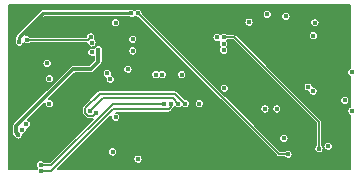
<source format=gbr>
%TF.GenerationSoftware,KiCad,Pcbnew,(5.1.6)-1*%
%TF.CreationDate,2020-12-28T23:38:12-08:00*%
%TF.ProjectId,SinESC-Multi,53696e45-5343-42d4-9d75-6c74692e6b69,2.3C*%
%TF.SameCoordinates,Original*%
%TF.FileFunction,Copper,L2,Inr*%
%TF.FilePolarity,Positive*%
%FSLAX46Y46*%
G04 Gerber Fmt 4.6, Leading zero omitted, Abs format (unit mm)*
G04 Created by KiCad (PCBNEW (5.1.6)-1) date 2020-12-28 23:38:12*
%MOMM*%
%LPD*%
G01*
G04 APERTURE LIST*
%TA.AperFunction,ViaPad*%
%ADD10C,0.400000*%
%TD*%
%TA.AperFunction,Conductor*%
%ADD11C,0.130000*%
%TD*%
%TA.AperFunction,Conductor*%
%ADD12C,0.250000*%
%TD*%
%TA.AperFunction,Conductor*%
%ADD13C,0.300000*%
%TD*%
G04 APERTURE END LIST*
D10*
%TO.N,Earth*%
X26500000Y-28600000D03*
X44000000Y-23625000D03*
X41325000Y-22850000D03*
X41475000Y-17050000D03*
X42592500Y-27507500D03*
X17100000Y-18500000D03*
X33800000Y-22600000D03*
X22500000Y-18240055D03*
X44600000Y-21250000D03*
%TO.N,+3V3*%
X31100000Y-23900000D03*
X38100000Y-16950000D03*
X39600000Y-29300000D03*
X43050000Y-25650000D03*
X41325000Y-22150000D03*
X41250000Y-15750000D03*
X25800000Y-21850000D03*
X24000000Y-19200000D03*
X29100000Y-21450000D03*
%TO.N,VBUS*%
X16450000Y-18700000D03*
X25950000Y-16250000D03*
X37250000Y-24350000D03*
%TO.N,SHUNT_U*%
X35900000Y-17000000D03*
X39025000Y-16525000D03*
%TO.N,SHUNT_V*%
X37450000Y-16350000D03*
X38250000Y-24350000D03*
%TO.N,SHUNT_W*%
X26500000Y-16250000D03*
X39200000Y-28200000D03*
%TO.N,CUR_U*%
X41350000Y-18150000D03*
X33750000Y-19400000D03*
%TO.N,CUR_V*%
X33750000Y-18850000D03*
X40900000Y-22500000D03*
%TO.N,CUR_W*%
X33750000Y-18300000D03*
X41825000Y-27725000D03*
%TO.N,HSU*%
X24600000Y-17050000D03*
X19000000Y-23900000D03*
%TO.N,LSU*%
X16348094Y-26551102D03*
X23152673Y-19352673D03*
%TO.N,HSV*%
X33200000Y-18300000D03*
X19000000Y-21800000D03*
%TO.N,LSV*%
X38850000Y-26850000D03*
X16700000Y-26100008D03*
%TO.N,HSW*%
X18800000Y-20500000D03*
X24600000Y-25050000D03*
%TO.N,LSW*%
X24350000Y-28000000D03*
X17055217Y-25644815D03*
%TO.N,DRV_EN*%
X30200000Y-21450000D03*
X22601986Y-18760162D03*
%TO.N,DRV_FAULT*%
X26050000Y-18450000D03*
X22600000Y-19550000D03*
%TO.N,PWM_V_L*%
X25650000Y-21000000D03*
X26050000Y-19450000D03*
%TO.N,PWM_U_H*%
X24150000Y-21850000D03*
X28550000Y-21450000D03*
%TO.N,PWM_W_H*%
X23900000Y-21350000D03*
X27995685Y-21445685D03*
%TO.N,SPI_CSN*%
X18250000Y-29100000D03*
X28700000Y-23900000D03*
%TO.N,SPI_SCK*%
X18250000Y-29644988D03*
X29300000Y-23900000D03*
%TO.N,SPI_SDO*%
X29900000Y-23900000D03*
X22450000Y-24500000D03*
%TO.N,SPI_SDI*%
X30500000Y-23900000D03*
X22950000Y-24700000D03*
%TO.N,SINWIRE*%
X44600000Y-24525000D03*
X31694970Y-23900000D03*
%TD*%
D11*
%TO.N,Earth*%
X22240055Y-18500000D02*
X22500000Y-18240055D01*
X17100000Y-18500000D02*
X22240055Y-18500000D01*
D12*
%TO.N,VBUS*%
X16450000Y-18250000D02*
X16450000Y-18700000D01*
X25950000Y-16250000D02*
X18450000Y-16250000D01*
X18450000Y-16250000D02*
X16450000Y-18250000D01*
D11*
%TO.N,SHUNT_W*%
X38450000Y-28200000D02*
X39200000Y-28200000D01*
X26500000Y-16250000D02*
X38450000Y-28200000D01*
%TO.N,CUR_W*%
X41825000Y-25475000D02*
X41825000Y-27725000D01*
X33750000Y-18300000D02*
X34650000Y-18300000D01*
X34650000Y-18300000D02*
X41825000Y-25475000D01*
D13*
%TO.N,LSU*%
X23152673Y-20347327D02*
X23152673Y-19352673D01*
X16148095Y-26351103D02*
X16148095Y-25841535D01*
X16348094Y-26551102D02*
X16148095Y-26351103D01*
X16148095Y-25841535D02*
X20989630Y-21000000D01*
X20989630Y-21000000D02*
X22500000Y-21000000D01*
X22500000Y-21000000D02*
X23152673Y-20347327D01*
D11*
%TO.N,SPI_CSN*%
X18250000Y-29100000D02*
X19161478Y-29100000D01*
X24361478Y-23900000D02*
X28700000Y-23900000D01*
X19161478Y-29100000D02*
X24361478Y-23900000D01*
%TO.N,SPI_SCK*%
X29300000Y-24200000D02*
X29300000Y-23900000D01*
X29100000Y-24400000D02*
X29300000Y-24200000D01*
X24400000Y-24400000D02*
X29100000Y-24400000D01*
X18250000Y-29644988D02*
X19155012Y-29644988D01*
X19155012Y-29644988D02*
X24400000Y-24400000D01*
%TO.N,SPI_SDO*%
X23500000Y-23450000D02*
X22450000Y-24500000D01*
X29900000Y-23900000D02*
X29450000Y-23450000D01*
X29450000Y-23450000D02*
X23500000Y-23450000D01*
%TO.N,SPI_SDI*%
X22250000Y-24950000D02*
X22700000Y-24950000D01*
X22700000Y-24950000D02*
X22950000Y-24700000D01*
X30500000Y-23900000D02*
X29650000Y-23050000D01*
X23250000Y-23050000D02*
X22000000Y-24300000D01*
X22000000Y-24700000D02*
X22250000Y-24950000D01*
X29650000Y-23050000D02*
X23250000Y-23050000D01*
X22000000Y-24300000D02*
X22000000Y-24700000D01*
%TD*%
%TO.N,+3V3*%
G36*
X44485000Y-20870137D02*
G01*
X44484783Y-20870180D01*
X44412897Y-20899956D01*
X44348202Y-20943184D01*
X44293184Y-20998202D01*
X44249956Y-21062897D01*
X44220180Y-21134783D01*
X44205000Y-21211096D01*
X44205000Y-21288904D01*
X44220180Y-21365217D01*
X44249956Y-21437103D01*
X44293184Y-21501798D01*
X44348202Y-21556816D01*
X44412897Y-21600044D01*
X44484783Y-21629820D01*
X44485000Y-21629863D01*
X44485000Y-24145137D01*
X44484783Y-24145180D01*
X44412897Y-24174956D01*
X44348202Y-24218184D01*
X44293184Y-24273202D01*
X44249956Y-24337897D01*
X44220180Y-24409783D01*
X44205000Y-24486096D01*
X44205000Y-24563904D01*
X44220180Y-24640217D01*
X44249956Y-24712103D01*
X44293184Y-24776798D01*
X44348202Y-24831816D01*
X44412897Y-24875044D01*
X44484783Y-24904820D01*
X44485000Y-24904863D01*
X44485000Y-29435000D01*
X19732694Y-29435000D01*
X20606598Y-28561096D01*
X26105000Y-28561096D01*
X26105000Y-28638904D01*
X26120180Y-28715217D01*
X26149956Y-28787103D01*
X26193184Y-28851798D01*
X26248202Y-28906816D01*
X26312897Y-28950044D01*
X26384783Y-28979820D01*
X26461096Y-28995000D01*
X26538904Y-28995000D01*
X26615217Y-28979820D01*
X26687103Y-28950044D01*
X26751798Y-28906816D01*
X26806816Y-28851798D01*
X26850044Y-28787103D01*
X26879820Y-28715217D01*
X26895000Y-28638904D01*
X26895000Y-28561096D01*
X26879820Y-28484783D01*
X26850044Y-28412897D01*
X26806816Y-28348202D01*
X26751798Y-28293184D01*
X26687103Y-28249956D01*
X26615217Y-28220180D01*
X26538904Y-28205000D01*
X26461096Y-28205000D01*
X26384783Y-28220180D01*
X26312897Y-28249956D01*
X26248202Y-28293184D01*
X26193184Y-28348202D01*
X26149956Y-28412897D01*
X26120180Y-28484783D01*
X26105000Y-28561096D01*
X20606598Y-28561096D01*
X21206598Y-27961096D01*
X23955000Y-27961096D01*
X23955000Y-28038904D01*
X23970180Y-28115217D01*
X23999956Y-28187103D01*
X24043184Y-28251798D01*
X24098202Y-28306816D01*
X24162897Y-28350044D01*
X24234783Y-28379820D01*
X24311096Y-28395000D01*
X24388904Y-28395000D01*
X24465217Y-28379820D01*
X24537103Y-28350044D01*
X24601798Y-28306816D01*
X24656816Y-28251798D01*
X24700044Y-28187103D01*
X24729820Y-28115217D01*
X24745000Y-28038904D01*
X24745000Y-27961096D01*
X24729820Y-27884783D01*
X24700044Y-27812897D01*
X24656816Y-27748202D01*
X24601798Y-27693184D01*
X24537103Y-27649956D01*
X24465217Y-27620180D01*
X24388904Y-27605000D01*
X24311096Y-27605000D01*
X24234783Y-27620180D01*
X24162897Y-27649956D01*
X24098202Y-27693184D01*
X24043184Y-27748202D01*
X23999956Y-27812897D01*
X23970180Y-27884783D01*
X23955000Y-27961096D01*
X21206598Y-27961096D01*
X24217018Y-24950678D01*
X24205000Y-25011096D01*
X24205000Y-25088904D01*
X24220180Y-25165217D01*
X24249956Y-25237103D01*
X24293184Y-25301798D01*
X24348202Y-25356816D01*
X24412897Y-25400044D01*
X24484783Y-25429820D01*
X24561096Y-25445000D01*
X24638904Y-25445000D01*
X24715217Y-25429820D01*
X24787103Y-25400044D01*
X24851798Y-25356816D01*
X24906816Y-25301798D01*
X24950044Y-25237103D01*
X24979820Y-25165217D01*
X24995000Y-25088904D01*
X24995000Y-25011096D01*
X24979820Y-24934783D01*
X24950044Y-24862897D01*
X24906816Y-24798202D01*
X24851798Y-24743184D01*
X24787103Y-24699956D01*
X24715217Y-24670180D01*
X24664040Y-24660000D01*
X29087238Y-24660000D01*
X29100000Y-24661257D01*
X29112762Y-24660000D01*
X29112773Y-24660000D01*
X29150969Y-24656238D01*
X29199979Y-24641371D01*
X29245147Y-24617228D01*
X29284737Y-24584737D01*
X29292883Y-24574811D01*
X29474815Y-24392880D01*
X29484737Y-24384737D01*
X29517228Y-24345147D01*
X29527898Y-24325185D01*
X29541371Y-24299980D01*
X29556238Y-24250969D01*
X29556429Y-24249031D01*
X29560000Y-24212773D01*
X29560000Y-24212765D01*
X29561257Y-24200000D01*
X29561020Y-24197594D01*
X29600000Y-24158614D01*
X29648202Y-24206816D01*
X29712897Y-24250044D01*
X29784783Y-24279820D01*
X29861096Y-24295000D01*
X29938904Y-24295000D01*
X30015217Y-24279820D01*
X30087103Y-24250044D01*
X30151798Y-24206816D01*
X30200000Y-24158614D01*
X30248202Y-24206816D01*
X30312897Y-24250044D01*
X30384783Y-24279820D01*
X30461096Y-24295000D01*
X30538904Y-24295000D01*
X30615217Y-24279820D01*
X30687103Y-24250044D01*
X30751798Y-24206816D01*
X30806816Y-24151798D01*
X30850044Y-24087103D01*
X30879820Y-24015217D01*
X30895000Y-23938904D01*
X30895000Y-23861096D01*
X31299970Y-23861096D01*
X31299970Y-23938904D01*
X31315150Y-24015217D01*
X31344926Y-24087103D01*
X31388154Y-24151798D01*
X31443172Y-24206816D01*
X31507867Y-24250044D01*
X31579753Y-24279820D01*
X31656066Y-24295000D01*
X31733874Y-24295000D01*
X31810187Y-24279820D01*
X31882073Y-24250044D01*
X31946768Y-24206816D01*
X32001786Y-24151798D01*
X32045014Y-24087103D01*
X32074790Y-24015217D01*
X32089970Y-23938904D01*
X32089970Y-23861096D01*
X32074790Y-23784783D01*
X32045014Y-23712897D01*
X32001786Y-23648202D01*
X31946768Y-23593184D01*
X31882073Y-23549956D01*
X31810187Y-23520180D01*
X31733874Y-23505000D01*
X31656066Y-23505000D01*
X31579753Y-23520180D01*
X31507867Y-23549956D01*
X31443172Y-23593184D01*
X31388154Y-23648202D01*
X31344926Y-23712897D01*
X31315150Y-23784783D01*
X31299970Y-23861096D01*
X30895000Y-23861096D01*
X30879820Y-23784783D01*
X30850044Y-23712897D01*
X30806816Y-23648202D01*
X30751798Y-23593184D01*
X30687103Y-23549956D01*
X30615217Y-23520180D01*
X30538904Y-23505000D01*
X30472695Y-23505000D01*
X29842884Y-22875190D01*
X29834737Y-22865263D01*
X29795147Y-22832772D01*
X29749979Y-22808629D01*
X29700969Y-22793762D01*
X29662773Y-22790000D01*
X29662762Y-22790000D01*
X29650000Y-22788743D01*
X29637238Y-22790000D01*
X23262762Y-22790000D01*
X23250000Y-22788743D01*
X23237237Y-22790000D01*
X23237227Y-22790000D01*
X23199031Y-22793762D01*
X23150021Y-22808629D01*
X23145406Y-22811096D01*
X23104852Y-22832772D01*
X23083807Y-22850044D01*
X23065263Y-22865263D01*
X23057121Y-22875184D01*
X21825190Y-24107116D01*
X21815263Y-24115263D01*
X21782772Y-24154853D01*
X21758629Y-24200022D01*
X21743762Y-24249032D01*
X21740000Y-24287228D01*
X21740000Y-24287238D01*
X21738743Y-24300000D01*
X21740000Y-24312763D01*
X21740001Y-24687228D01*
X21738743Y-24700000D01*
X21740001Y-24712772D01*
X21740001Y-24712773D01*
X21743763Y-24750969D01*
X21745361Y-24756237D01*
X21758630Y-24799979D01*
X21782772Y-24845147D01*
X21797340Y-24862897D01*
X21815264Y-24884737D01*
X21825184Y-24892879D01*
X22057125Y-25124821D01*
X22065263Y-25134737D01*
X22075179Y-25142875D01*
X22075183Y-25142879D01*
X22099332Y-25162697D01*
X22104853Y-25167228D01*
X22150021Y-25191371D01*
X22199031Y-25206238D01*
X22237227Y-25210000D01*
X22237236Y-25210000D01*
X22249999Y-25211257D01*
X22262762Y-25210000D01*
X22683783Y-25210000D01*
X19053784Y-28840000D01*
X18548614Y-28840000D01*
X18501798Y-28793184D01*
X18437103Y-28749956D01*
X18365217Y-28720180D01*
X18288904Y-28705000D01*
X18211096Y-28705000D01*
X18134783Y-28720180D01*
X18062897Y-28749956D01*
X17998202Y-28793184D01*
X17943184Y-28848202D01*
X17899956Y-28912897D01*
X17870180Y-28984783D01*
X17855000Y-29061096D01*
X17855000Y-29138904D01*
X17870180Y-29215217D01*
X17899956Y-29287103D01*
X17943184Y-29351798D01*
X17963880Y-29372494D01*
X17943184Y-29393190D01*
X17915247Y-29435000D01*
X15615000Y-29435000D01*
X15615000Y-25841535D01*
X15801427Y-25841535D01*
X15803096Y-25858483D01*
X15803095Y-26334164D01*
X15801427Y-26351103D01*
X15803095Y-26368041D01*
X15803095Y-26368048D01*
X15808087Y-26418734D01*
X15827815Y-26483766D01*
X15859850Y-26543701D01*
X15902963Y-26596234D01*
X15916126Y-26607037D01*
X15966503Y-26657414D01*
X15968274Y-26666319D01*
X15998050Y-26738205D01*
X16041278Y-26802900D01*
X16096296Y-26857918D01*
X16160991Y-26901146D01*
X16232877Y-26930922D01*
X16309190Y-26946102D01*
X16386998Y-26946102D01*
X16463311Y-26930922D01*
X16535197Y-26901146D01*
X16599892Y-26857918D01*
X16654910Y-26802900D01*
X16698138Y-26738205D01*
X16727914Y-26666319D01*
X16743094Y-26590006D01*
X16743094Y-26512198D01*
X16739645Y-26494861D01*
X16815217Y-26479828D01*
X16887103Y-26450052D01*
X16951798Y-26406824D01*
X17006816Y-26351806D01*
X17050044Y-26287111D01*
X17079820Y-26215225D01*
X17095000Y-26138912D01*
X17095000Y-26061104D01*
X17090765Y-26039815D01*
X17094121Y-26039815D01*
X17170434Y-26024635D01*
X17242320Y-25994859D01*
X17307015Y-25951631D01*
X17362033Y-25896613D01*
X17405261Y-25831918D01*
X17435037Y-25760032D01*
X17450217Y-25683719D01*
X17450217Y-25605911D01*
X17435037Y-25529598D01*
X17405261Y-25457712D01*
X17362033Y-25393017D01*
X17307015Y-25337999D01*
X17242320Y-25294771D01*
X17200206Y-25277327D01*
X18605000Y-23872533D01*
X18605000Y-23938904D01*
X18620180Y-24015217D01*
X18649956Y-24087103D01*
X18693184Y-24151798D01*
X18748202Y-24206816D01*
X18812897Y-24250044D01*
X18884783Y-24279820D01*
X18961096Y-24295000D01*
X19038904Y-24295000D01*
X19115217Y-24279820D01*
X19187103Y-24250044D01*
X19251798Y-24206816D01*
X19306816Y-24151798D01*
X19350044Y-24087103D01*
X19379820Y-24015217D01*
X19395000Y-23938904D01*
X19395000Y-23861096D01*
X19379820Y-23784783D01*
X19350044Y-23712897D01*
X19306816Y-23648202D01*
X19251798Y-23593184D01*
X19187103Y-23549956D01*
X19115217Y-23520180D01*
X19038904Y-23505000D01*
X18972534Y-23505000D01*
X21132534Y-21345000D01*
X22483062Y-21345000D01*
X22500000Y-21346668D01*
X22516938Y-21345000D01*
X22516946Y-21345000D01*
X22567632Y-21340008D01*
X22632664Y-21320280D01*
X22649846Y-21311096D01*
X23505000Y-21311096D01*
X23505000Y-21388904D01*
X23520180Y-21465217D01*
X23549956Y-21537103D01*
X23593184Y-21601798D01*
X23648202Y-21656816D01*
X23712897Y-21700044D01*
X23774073Y-21725384D01*
X23770180Y-21734783D01*
X23755000Y-21811096D01*
X23755000Y-21888904D01*
X23770180Y-21965217D01*
X23799956Y-22037103D01*
X23843184Y-22101798D01*
X23898202Y-22156816D01*
X23962897Y-22200044D01*
X24034783Y-22229820D01*
X24111096Y-22245000D01*
X24188904Y-22245000D01*
X24265217Y-22229820D01*
X24337103Y-22200044D01*
X24401798Y-22156816D01*
X24456816Y-22101798D01*
X24500044Y-22037103D01*
X24529820Y-21965217D01*
X24545000Y-21888904D01*
X24545000Y-21811096D01*
X24529820Y-21734783D01*
X24500044Y-21662897D01*
X24456816Y-21598202D01*
X24401798Y-21543184D01*
X24337103Y-21499956D01*
X24275927Y-21474616D01*
X24279820Y-21465217D01*
X24291443Y-21406781D01*
X27600685Y-21406781D01*
X27600685Y-21484589D01*
X27615865Y-21560902D01*
X27645641Y-21632788D01*
X27688869Y-21697483D01*
X27743887Y-21752501D01*
X27808582Y-21795729D01*
X27880468Y-21825505D01*
X27956781Y-21840685D01*
X28034589Y-21840685D01*
X28110902Y-21825505D01*
X28182788Y-21795729D01*
X28247483Y-21752501D01*
X28270685Y-21729299D01*
X28298202Y-21756816D01*
X28362897Y-21800044D01*
X28434783Y-21829820D01*
X28511096Y-21845000D01*
X28588904Y-21845000D01*
X28665217Y-21829820D01*
X28737103Y-21800044D01*
X28801798Y-21756816D01*
X28856816Y-21701798D01*
X28900044Y-21637103D01*
X28929820Y-21565217D01*
X28945000Y-21488904D01*
X28945000Y-21411096D01*
X29805000Y-21411096D01*
X29805000Y-21488904D01*
X29820180Y-21565217D01*
X29849956Y-21637103D01*
X29893184Y-21701798D01*
X29948202Y-21756816D01*
X30012897Y-21800044D01*
X30084783Y-21829820D01*
X30161096Y-21845000D01*
X30238904Y-21845000D01*
X30315217Y-21829820D01*
X30387103Y-21800044D01*
X30451798Y-21756816D01*
X30506816Y-21701798D01*
X30550044Y-21637103D01*
X30579820Y-21565217D01*
X30595000Y-21488904D01*
X30595000Y-21411096D01*
X30579820Y-21334783D01*
X30550044Y-21262897D01*
X30506816Y-21198202D01*
X30451798Y-21143184D01*
X30387103Y-21099956D01*
X30315217Y-21070180D01*
X30238904Y-21055000D01*
X30161096Y-21055000D01*
X30084783Y-21070180D01*
X30012897Y-21099956D01*
X29948202Y-21143184D01*
X29893184Y-21198202D01*
X29849956Y-21262897D01*
X29820180Y-21334783D01*
X29805000Y-21411096D01*
X28945000Y-21411096D01*
X28929820Y-21334783D01*
X28900044Y-21262897D01*
X28856816Y-21198202D01*
X28801798Y-21143184D01*
X28737103Y-21099956D01*
X28665217Y-21070180D01*
X28588904Y-21055000D01*
X28511096Y-21055000D01*
X28434783Y-21070180D01*
X28362897Y-21099956D01*
X28298202Y-21143184D01*
X28275000Y-21166386D01*
X28247483Y-21138869D01*
X28182788Y-21095641D01*
X28110902Y-21065865D01*
X28034589Y-21050685D01*
X27956781Y-21050685D01*
X27880468Y-21065865D01*
X27808582Y-21095641D01*
X27743887Y-21138869D01*
X27688869Y-21193887D01*
X27645641Y-21258582D01*
X27615865Y-21330468D01*
X27600685Y-21406781D01*
X24291443Y-21406781D01*
X24295000Y-21388904D01*
X24295000Y-21311096D01*
X24279820Y-21234783D01*
X24250044Y-21162897D01*
X24206816Y-21098202D01*
X24151798Y-21043184D01*
X24087103Y-20999956D01*
X24015217Y-20970180D01*
X23969550Y-20961096D01*
X25255000Y-20961096D01*
X25255000Y-21038904D01*
X25270180Y-21115217D01*
X25299956Y-21187103D01*
X25343184Y-21251798D01*
X25398202Y-21306816D01*
X25462897Y-21350044D01*
X25534783Y-21379820D01*
X25611096Y-21395000D01*
X25688904Y-21395000D01*
X25765217Y-21379820D01*
X25837103Y-21350044D01*
X25901798Y-21306816D01*
X25956816Y-21251798D01*
X26000044Y-21187103D01*
X26029820Y-21115217D01*
X26045000Y-21038904D01*
X26045000Y-20961096D01*
X26029820Y-20884783D01*
X26000044Y-20812897D01*
X25956816Y-20748202D01*
X25901798Y-20693184D01*
X25837103Y-20649956D01*
X25765217Y-20620180D01*
X25688904Y-20605000D01*
X25611096Y-20605000D01*
X25534783Y-20620180D01*
X25462897Y-20649956D01*
X25398202Y-20693184D01*
X25343184Y-20748202D01*
X25299956Y-20812897D01*
X25270180Y-20884783D01*
X25255000Y-20961096D01*
X23969550Y-20961096D01*
X23938904Y-20955000D01*
X23861096Y-20955000D01*
X23784783Y-20970180D01*
X23712897Y-20999956D01*
X23648202Y-21043184D01*
X23593184Y-21098202D01*
X23549956Y-21162897D01*
X23520180Y-21234783D01*
X23505000Y-21311096D01*
X22649846Y-21311096D01*
X22692599Y-21288245D01*
X22745132Y-21245132D01*
X22755938Y-21231965D01*
X23384648Y-20603256D01*
X23397804Y-20592459D01*
X23408602Y-20579302D01*
X23408607Y-20579297D01*
X23440918Y-20539926D01*
X23472952Y-20479992D01*
X23472953Y-20479991D01*
X23492681Y-20414959D01*
X23497673Y-20364273D01*
X23497673Y-20364266D01*
X23499341Y-20347328D01*
X23497673Y-20330390D01*
X23497673Y-19547325D01*
X23502717Y-19539776D01*
X23532493Y-19467890D01*
X23543790Y-19411096D01*
X25655000Y-19411096D01*
X25655000Y-19488904D01*
X25670180Y-19565217D01*
X25699956Y-19637103D01*
X25743184Y-19701798D01*
X25798202Y-19756816D01*
X25862897Y-19800044D01*
X25934783Y-19829820D01*
X26011096Y-19845000D01*
X26088904Y-19845000D01*
X26165217Y-19829820D01*
X26237103Y-19800044D01*
X26301798Y-19756816D01*
X26356816Y-19701798D01*
X26400044Y-19637103D01*
X26429820Y-19565217D01*
X26445000Y-19488904D01*
X26445000Y-19411096D01*
X26429820Y-19334783D01*
X26400044Y-19262897D01*
X26356816Y-19198202D01*
X26301798Y-19143184D01*
X26237103Y-19099956D01*
X26165217Y-19070180D01*
X26088904Y-19055000D01*
X26011096Y-19055000D01*
X25934783Y-19070180D01*
X25862897Y-19099956D01*
X25798202Y-19143184D01*
X25743184Y-19198202D01*
X25699956Y-19262897D01*
X25670180Y-19334783D01*
X25655000Y-19411096D01*
X23543790Y-19411096D01*
X23547673Y-19391577D01*
X23547673Y-19313769D01*
X23532493Y-19237456D01*
X23502717Y-19165570D01*
X23459489Y-19100875D01*
X23404471Y-19045857D01*
X23339776Y-19002629D01*
X23267890Y-18972853D01*
X23191577Y-18957673D01*
X23113769Y-18957673D01*
X23037456Y-18972853D01*
X22965570Y-19002629D01*
X22900875Y-19045857D01*
X22845857Y-19100875D01*
X22802629Y-19165570D01*
X22788108Y-19200627D01*
X22787103Y-19199956D01*
X22715217Y-19170180D01*
X22639718Y-19155162D01*
X22640890Y-19155162D01*
X22717203Y-19139982D01*
X22789089Y-19110206D01*
X22853784Y-19066978D01*
X22908802Y-19011960D01*
X22952030Y-18947265D01*
X22981806Y-18875379D01*
X22996986Y-18799066D01*
X22996986Y-18721258D01*
X22981806Y-18644945D01*
X22952030Y-18573059D01*
X22908802Y-18508364D01*
X22853784Y-18453346D01*
X22839101Y-18443535D01*
X22850044Y-18427158D01*
X22856697Y-18411096D01*
X25655000Y-18411096D01*
X25655000Y-18488904D01*
X25670180Y-18565217D01*
X25699956Y-18637103D01*
X25743184Y-18701798D01*
X25798202Y-18756816D01*
X25862897Y-18800044D01*
X25934783Y-18829820D01*
X26011096Y-18845000D01*
X26088904Y-18845000D01*
X26165217Y-18829820D01*
X26237103Y-18800044D01*
X26301798Y-18756816D01*
X26356816Y-18701798D01*
X26400044Y-18637103D01*
X26429820Y-18565217D01*
X26445000Y-18488904D01*
X26445000Y-18411096D01*
X26429820Y-18334783D01*
X26400044Y-18262897D01*
X26356816Y-18198202D01*
X26301798Y-18143184D01*
X26237103Y-18099956D01*
X26165217Y-18070180D01*
X26088904Y-18055000D01*
X26011096Y-18055000D01*
X25934783Y-18070180D01*
X25862897Y-18099956D01*
X25798202Y-18143184D01*
X25743184Y-18198202D01*
X25699956Y-18262897D01*
X25670180Y-18334783D01*
X25655000Y-18411096D01*
X22856697Y-18411096D01*
X22879820Y-18355272D01*
X22895000Y-18278959D01*
X22895000Y-18201151D01*
X22879820Y-18124838D01*
X22850044Y-18052952D01*
X22806816Y-17988257D01*
X22751798Y-17933239D01*
X22687103Y-17890011D01*
X22615217Y-17860235D01*
X22538904Y-17845055D01*
X22461096Y-17845055D01*
X22384783Y-17860235D01*
X22312897Y-17890011D01*
X22248202Y-17933239D01*
X22193184Y-17988257D01*
X22149956Y-18052952D01*
X22120180Y-18124838D01*
X22105000Y-18201151D01*
X22105000Y-18240000D01*
X17398614Y-18240000D01*
X17351798Y-18193184D01*
X17287103Y-18149956D01*
X17215217Y-18120180D01*
X17138904Y-18105000D01*
X17061096Y-18105000D01*
X17044183Y-18108364D01*
X18141451Y-17011096D01*
X24205000Y-17011096D01*
X24205000Y-17088904D01*
X24220180Y-17165217D01*
X24249956Y-17237103D01*
X24293184Y-17301798D01*
X24348202Y-17356816D01*
X24412897Y-17400044D01*
X24484783Y-17429820D01*
X24561096Y-17445000D01*
X24638904Y-17445000D01*
X24715217Y-17429820D01*
X24787103Y-17400044D01*
X24851798Y-17356816D01*
X24906816Y-17301798D01*
X24950044Y-17237103D01*
X24979820Y-17165217D01*
X24995000Y-17088904D01*
X24995000Y-17011096D01*
X24979820Y-16934783D01*
X24950044Y-16862897D01*
X24906816Y-16798202D01*
X24851798Y-16743184D01*
X24787103Y-16699956D01*
X24715217Y-16670180D01*
X24638904Y-16655000D01*
X24561096Y-16655000D01*
X24484783Y-16670180D01*
X24412897Y-16699956D01*
X24348202Y-16743184D01*
X24293184Y-16798202D01*
X24249956Y-16862897D01*
X24220180Y-16934783D01*
X24205000Y-17011096D01*
X18141451Y-17011096D01*
X18582548Y-16570000D01*
X25717933Y-16570000D01*
X25762897Y-16600044D01*
X25834783Y-16629820D01*
X25911096Y-16645000D01*
X25988904Y-16645000D01*
X26065217Y-16629820D01*
X26137103Y-16600044D01*
X26201798Y-16556816D01*
X26225000Y-16533614D01*
X26248202Y-16556816D01*
X26312897Y-16600044D01*
X26384783Y-16629820D01*
X26461096Y-16645000D01*
X26527306Y-16645000D01*
X38257121Y-28374816D01*
X38265263Y-28384737D01*
X38275184Y-28392879D01*
X38304852Y-28417228D01*
X38328995Y-28430132D01*
X38350021Y-28441371D01*
X38399031Y-28456238D01*
X38437227Y-28460000D01*
X38437236Y-28460000D01*
X38449999Y-28461257D01*
X38462762Y-28460000D01*
X38901386Y-28460000D01*
X38948202Y-28506816D01*
X39012897Y-28550044D01*
X39084783Y-28579820D01*
X39161096Y-28595000D01*
X39238904Y-28595000D01*
X39315217Y-28579820D01*
X39387103Y-28550044D01*
X39451798Y-28506816D01*
X39506816Y-28451798D01*
X39550044Y-28387103D01*
X39579820Y-28315217D01*
X39595000Y-28238904D01*
X39595000Y-28161096D01*
X39579820Y-28084783D01*
X39550044Y-28012897D01*
X39506816Y-27948202D01*
X39451798Y-27893184D01*
X39387103Y-27849956D01*
X39315217Y-27820180D01*
X39238904Y-27805000D01*
X39161096Y-27805000D01*
X39084783Y-27820180D01*
X39012897Y-27849956D01*
X38948202Y-27893184D01*
X38901386Y-27940000D01*
X38557695Y-27940000D01*
X37428791Y-26811096D01*
X38455000Y-26811096D01*
X38455000Y-26888904D01*
X38470180Y-26965217D01*
X38499956Y-27037103D01*
X38543184Y-27101798D01*
X38598202Y-27156816D01*
X38662897Y-27200044D01*
X38734783Y-27229820D01*
X38811096Y-27245000D01*
X38888904Y-27245000D01*
X38965217Y-27229820D01*
X39037103Y-27200044D01*
X39101798Y-27156816D01*
X39156816Y-27101798D01*
X39200044Y-27037103D01*
X39229820Y-26965217D01*
X39245000Y-26888904D01*
X39245000Y-26811096D01*
X39229820Y-26734783D01*
X39200044Y-26662897D01*
X39156816Y-26598202D01*
X39101798Y-26543184D01*
X39037103Y-26499956D01*
X38965217Y-26470180D01*
X38888904Y-26455000D01*
X38811096Y-26455000D01*
X38734783Y-26470180D01*
X38662897Y-26499956D01*
X38598202Y-26543184D01*
X38543184Y-26598202D01*
X38499956Y-26662897D01*
X38470180Y-26734783D01*
X38455000Y-26811096D01*
X37428791Y-26811096D01*
X34928791Y-24311096D01*
X36855000Y-24311096D01*
X36855000Y-24388904D01*
X36870180Y-24465217D01*
X36899956Y-24537103D01*
X36943184Y-24601798D01*
X36998202Y-24656816D01*
X37062897Y-24700044D01*
X37134783Y-24729820D01*
X37211096Y-24745000D01*
X37288904Y-24745000D01*
X37365217Y-24729820D01*
X37437103Y-24700044D01*
X37501798Y-24656816D01*
X37556816Y-24601798D01*
X37600044Y-24537103D01*
X37629820Y-24465217D01*
X37645000Y-24388904D01*
X37645000Y-24311096D01*
X37855000Y-24311096D01*
X37855000Y-24388904D01*
X37870180Y-24465217D01*
X37899956Y-24537103D01*
X37943184Y-24601798D01*
X37998202Y-24656816D01*
X38062897Y-24700044D01*
X38134783Y-24729820D01*
X38211096Y-24745000D01*
X38288904Y-24745000D01*
X38365217Y-24729820D01*
X38437103Y-24700044D01*
X38501798Y-24656816D01*
X38556816Y-24601798D01*
X38600044Y-24537103D01*
X38629820Y-24465217D01*
X38645000Y-24388904D01*
X38645000Y-24311096D01*
X38629820Y-24234783D01*
X38600044Y-24162897D01*
X38556816Y-24098202D01*
X38501798Y-24043184D01*
X38437103Y-23999956D01*
X38365217Y-23970180D01*
X38288904Y-23955000D01*
X38211096Y-23955000D01*
X38134783Y-23970180D01*
X38062897Y-23999956D01*
X37998202Y-24043184D01*
X37943184Y-24098202D01*
X37899956Y-24162897D01*
X37870180Y-24234783D01*
X37855000Y-24311096D01*
X37645000Y-24311096D01*
X37629820Y-24234783D01*
X37600044Y-24162897D01*
X37556816Y-24098202D01*
X37501798Y-24043184D01*
X37437103Y-23999956D01*
X37365217Y-23970180D01*
X37288904Y-23955000D01*
X37211096Y-23955000D01*
X37134783Y-23970180D01*
X37062897Y-23999956D01*
X36998202Y-24043184D01*
X36943184Y-24098202D01*
X36899956Y-24162897D01*
X36870180Y-24234783D01*
X36855000Y-24311096D01*
X34928791Y-24311096D01*
X33178791Y-22561096D01*
X33405000Y-22561096D01*
X33405000Y-22638904D01*
X33420180Y-22715217D01*
X33449956Y-22787103D01*
X33493184Y-22851798D01*
X33548202Y-22906816D01*
X33612897Y-22950044D01*
X33684783Y-22979820D01*
X33761096Y-22995000D01*
X33838904Y-22995000D01*
X33915217Y-22979820D01*
X33987103Y-22950044D01*
X34051798Y-22906816D01*
X34106816Y-22851798D01*
X34150044Y-22787103D01*
X34179820Y-22715217D01*
X34195000Y-22638904D01*
X34195000Y-22561096D01*
X34179820Y-22484783D01*
X34150044Y-22412897D01*
X34106816Y-22348202D01*
X34051798Y-22293184D01*
X33987103Y-22249956D01*
X33915217Y-22220180D01*
X33838904Y-22205000D01*
X33761096Y-22205000D01*
X33684783Y-22220180D01*
X33612897Y-22249956D01*
X33548202Y-22293184D01*
X33493184Y-22348202D01*
X33449956Y-22412897D01*
X33420180Y-22484783D01*
X33405000Y-22561096D01*
X33178791Y-22561096D01*
X28878791Y-18261096D01*
X32805000Y-18261096D01*
X32805000Y-18338904D01*
X32820180Y-18415217D01*
X32849956Y-18487103D01*
X32893184Y-18551798D01*
X32948202Y-18606816D01*
X33012897Y-18650044D01*
X33084783Y-18679820D01*
X33161096Y-18695000D01*
X33238904Y-18695000D01*
X33315217Y-18679820D01*
X33387103Y-18650044D01*
X33425838Y-18624162D01*
X33399956Y-18662897D01*
X33370180Y-18734783D01*
X33355000Y-18811096D01*
X33355000Y-18888904D01*
X33370180Y-18965217D01*
X33399956Y-19037103D01*
X33443184Y-19101798D01*
X33466386Y-19125000D01*
X33443184Y-19148202D01*
X33399956Y-19212897D01*
X33370180Y-19284783D01*
X33355000Y-19361096D01*
X33355000Y-19438904D01*
X33370180Y-19515217D01*
X33399956Y-19587103D01*
X33443184Y-19651798D01*
X33498202Y-19706816D01*
X33562897Y-19750044D01*
X33634783Y-19779820D01*
X33711096Y-19795000D01*
X33788904Y-19795000D01*
X33865217Y-19779820D01*
X33937103Y-19750044D01*
X34001798Y-19706816D01*
X34056816Y-19651798D01*
X34100044Y-19587103D01*
X34129820Y-19515217D01*
X34145000Y-19438904D01*
X34145000Y-19361096D01*
X34129820Y-19284783D01*
X34100044Y-19212897D01*
X34056816Y-19148202D01*
X34033614Y-19125000D01*
X34056816Y-19101798D01*
X34100044Y-19037103D01*
X34129820Y-18965217D01*
X34145000Y-18888904D01*
X34145000Y-18811096D01*
X34129820Y-18734783D01*
X34100044Y-18662897D01*
X34056816Y-18598202D01*
X34033614Y-18575000D01*
X34048614Y-18560000D01*
X34542306Y-18560000D01*
X41565000Y-25582696D01*
X41565001Y-27426385D01*
X41518184Y-27473202D01*
X41474956Y-27537897D01*
X41445180Y-27609783D01*
X41430000Y-27686096D01*
X41430000Y-27763904D01*
X41445180Y-27840217D01*
X41474956Y-27912103D01*
X41518184Y-27976798D01*
X41573202Y-28031816D01*
X41637897Y-28075044D01*
X41709783Y-28104820D01*
X41786096Y-28120000D01*
X41863904Y-28120000D01*
X41940217Y-28104820D01*
X42012103Y-28075044D01*
X42076798Y-28031816D01*
X42131816Y-27976798D01*
X42175044Y-27912103D01*
X42204820Y-27840217D01*
X42220000Y-27763904D01*
X42220000Y-27686096D01*
X42204820Y-27609783D01*
X42175044Y-27537897D01*
X42131816Y-27473202D01*
X42127210Y-27468596D01*
X42197500Y-27468596D01*
X42197500Y-27546404D01*
X42212680Y-27622717D01*
X42242456Y-27694603D01*
X42285684Y-27759298D01*
X42340702Y-27814316D01*
X42405397Y-27857544D01*
X42477283Y-27887320D01*
X42553596Y-27902500D01*
X42631404Y-27902500D01*
X42707717Y-27887320D01*
X42779603Y-27857544D01*
X42844298Y-27814316D01*
X42899316Y-27759298D01*
X42942544Y-27694603D01*
X42972320Y-27622717D01*
X42987500Y-27546404D01*
X42987500Y-27468596D01*
X42972320Y-27392283D01*
X42942544Y-27320397D01*
X42899316Y-27255702D01*
X42844298Y-27200684D01*
X42779603Y-27157456D01*
X42707717Y-27127680D01*
X42631404Y-27112500D01*
X42553596Y-27112500D01*
X42477283Y-27127680D01*
X42405397Y-27157456D01*
X42340702Y-27200684D01*
X42285684Y-27255702D01*
X42242456Y-27320397D01*
X42212680Y-27392283D01*
X42197500Y-27468596D01*
X42127210Y-27468596D01*
X42085000Y-27426386D01*
X42085000Y-25487762D01*
X42086257Y-25474999D01*
X42085000Y-25462236D01*
X42085000Y-25462227D01*
X42081238Y-25424031D01*
X42066371Y-25375021D01*
X42042228Y-25329853D01*
X42019204Y-25301798D01*
X42017879Y-25300183D01*
X42017875Y-25300179D01*
X42009737Y-25290263D01*
X41999821Y-25282125D01*
X40303792Y-23586096D01*
X43605000Y-23586096D01*
X43605000Y-23663904D01*
X43620180Y-23740217D01*
X43649956Y-23812103D01*
X43693184Y-23876798D01*
X43748202Y-23931816D01*
X43812897Y-23975044D01*
X43884783Y-24004820D01*
X43961096Y-24020000D01*
X44038904Y-24020000D01*
X44115217Y-24004820D01*
X44187103Y-23975044D01*
X44251798Y-23931816D01*
X44306816Y-23876798D01*
X44350044Y-23812103D01*
X44379820Y-23740217D01*
X44395000Y-23663904D01*
X44395000Y-23586096D01*
X44379820Y-23509783D01*
X44350044Y-23437897D01*
X44306816Y-23373202D01*
X44251798Y-23318184D01*
X44187103Y-23274956D01*
X44115217Y-23245180D01*
X44038904Y-23230000D01*
X43961096Y-23230000D01*
X43884783Y-23245180D01*
X43812897Y-23274956D01*
X43748202Y-23318184D01*
X43693184Y-23373202D01*
X43649956Y-23437897D01*
X43620180Y-23509783D01*
X43605000Y-23586096D01*
X40303792Y-23586096D01*
X39178792Y-22461096D01*
X40505000Y-22461096D01*
X40505000Y-22538904D01*
X40520180Y-22615217D01*
X40549956Y-22687103D01*
X40593184Y-22751798D01*
X40648202Y-22806816D01*
X40712897Y-22850044D01*
X40784783Y-22879820D01*
X40861096Y-22895000D01*
X40931213Y-22895000D01*
X40945180Y-22965217D01*
X40974956Y-23037103D01*
X41018184Y-23101798D01*
X41073202Y-23156816D01*
X41137897Y-23200044D01*
X41209783Y-23229820D01*
X41286096Y-23245000D01*
X41363904Y-23245000D01*
X41440217Y-23229820D01*
X41512103Y-23200044D01*
X41576798Y-23156816D01*
X41631816Y-23101798D01*
X41675044Y-23037103D01*
X41704820Y-22965217D01*
X41720000Y-22888904D01*
X41720000Y-22811096D01*
X41704820Y-22734783D01*
X41675044Y-22662897D01*
X41631816Y-22598202D01*
X41576798Y-22543184D01*
X41512103Y-22499956D01*
X41440217Y-22470180D01*
X41363904Y-22455000D01*
X41293787Y-22455000D01*
X41279820Y-22384783D01*
X41250044Y-22312897D01*
X41206816Y-22248202D01*
X41151798Y-22193184D01*
X41087103Y-22149956D01*
X41015217Y-22120180D01*
X40938904Y-22105000D01*
X40861096Y-22105000D01*
X40784783Y-22120180D01*
X40712897Y-22149956D01*
X40648202Y-22193184D01*
X40593184Y-22248202D01*
X40549956Y-22312897D01*
X40520180Y-22384783D01*
X40505000Y-22461096D01*
X39178792Y-22461096D01*
X34842884Y-18125190D01*
X34834737Y-18115263D01*
X34829660Y-18111096D01*
X40955000Y-18111096D01*
X40955000Y-18188904D01*
X40970180Y-18265217D01*
X40999956Y-18337103D01*
X41043184Y-18401798D01*
X41098202Y-18456816D01*
X41162897Y-18500044D01*
X41234783Y-18529820D01*
X41311096Y-18545000D01*
X41388904Y-18545000D01*
X41465217Y-18529820D01*
X41537103Y-18500044D01*
X41601798Y-18456816D01*
X41656816Y-18401798D01*
X41700044Y-18337103D01*
X41729820Y-18265217D01*
X41745000Y-18188904D01*
X41745000Y-18111096D01*
X41729820Y-18034783D01*
X41700044Y-17962897D01*
X41656816Y-17898202D01*
X41601798Y-17843184D01*
X41537103Y-17799956D01*
X41465217Y-17770180D01*
X41388904Y-17755000D01*
X41311096Y-17755000D01*
X41234783Y-17770180D01*
X41162897Y-17799956D01*
X41098202Y-17843184D01*
X41043184Y-17898202D01*
X40999956Y-17962897D01*
X40970180Y-18034783D01*
X40955000Y-18111096D01*
X34829660Y-18111096D01*
X34795147Y-18082772D01*
X34749979Y-18058629D01*
X34700969Y-18043762D01*
X34662773Y-18040000D01*
X34662762Y-18040000D01*
X34650000Y-18038743D01*
X34637238Y-18040000D01*
X34048614Y-18040000D01*
X34001798Y-17993184D01*
X33937103Y-17949956D01*
X33865217Y-17920180D01*
X33788904Y-17905000D01*
X33711096Y-17905000D01*
X33634783Y-17920180D01*
X33562897Y-17949956D01*
X33498202Y-17993184D01*
X33475000Y-18016386D01*
X33451798Y-17993184D01*
X33387103Y-17949956D01*
X33315217Y-17920180D01*
X33238904Y-17905000D01*
X33161096Y-17905000D01*
X33084783Y-17920180D01*
X33012897Y-17949956D01*
X32948202Y-17993184D01*
X32893184Y-18048202D01*
X32849956Y-18112897D01*
X32820180Y-18184783D01*
X32805000Y-18261096D01*
X28878791Y-18261096D01*
X27578791Y-16961096D01*
X35505000Y-16961096D01*
X35505000Y-17038904D01*
X35520180Y-17115217D01*
X35549956Y-17187103D01*
X35593184Y-17251798D01*
X35648202Y-17306816D01*
X35712897Y-17350044D01*
X35784783Y-17379820D01*
X35861096Y-17395000D01*
X35938904Y-17395000D01*
X36015217Y-17379820D01*
X36087103Y-17350044D01*
X36151798Y-17306816D01*
X36206816Y-17251798D01*
X36250044Y-17187103D01*
X36279820Y-17115217D01*
X36295000Y-17038904D01*
X36295000Y-17011096D01*
X41080000Y-17011096D01*
X41080000Y-17088904D01*
X41095180Y-17165217D01*
X41124956Y-17237103D01*
X41168184Y-17301798D01*
X41223202Y-17356816D01*
X41287897Y-17400044D01*
X41359783Y-17429820D01*
X41436096Y-17445000D01*
X41513904Y-17445000D01*
X41590217Y-17429820D01*
X41662103Y-17400044D01*
X41726798Y-17356816D01*
X41781816Y-17301798D01*
X41825044Y-17237103D01*
X41854820Y-17165217D01*
X41870000Y-17088904D01*
X41870000Y-17011096D01*
X41854820Y-16934783D01*
X41825044Y-16862897D01*
X41781816Y-16798202D01*
X41726798Y-16743184D01*
X41662103Y-16699956D01*
X41590217Y-16670180D01*
X41513904Y-16655000D01*
X41436096Y-16655000D01*
X41359783Y-16670180D01*
X41287897Y-16699956D01*
X41223202Y-16743184D01*
X41168184Y-16798202D01*
X41124956Y-16862897D01*
X41095180Y-16934783D01*
X41080000Y-17011096D01*
X36295000Y-17011096D01*
X36295000Y-16961096D01*
X36279820Y-16884783D01*
X36250044Y-16812897D01*
X36206816Y-16748202D01*
X36151798Y-16693184D01*
X36087103Y-16649956D01*
X36015217Y-16620180D01*
X35938904Y-16605000D01*
X35861096Y-16605000D01*
X35784783Y-16620180D01*
X35712897Y-16649956D01*
X35648202Y-16693184D01*
X35593184Y-16748202D01*
X35549956Y-16812897D01*
X35520180Y-16884783D01*
X35505000Y-16961096D01*
X27578791Y-16961096D01*
X26928791Y-16311096D01*
X37055000Y-16311096D01*
X37055000Y-16388904D01*
X37070180Y-16465217D01*
X37099956Y-16537103D01*
X37143184Y-16601798D01*
X37198202Y-16656816D01*
X37262897Y-16700044D01*
X37334783Y-16729820D01*
X37411096Y-16745000D01*
X37488904Y-16745000D01*
X37565217Y-16729820D01*
X37637103Y-16700044D01*
X37701798Y-16656816D01*
X37756816Y-16601798D01*
X37800044Y-16537103D01*
X37821171Y-16486096D01*
X38630000Y-16486096D01*
X38630000Y-16563904D01*
X38645180Y-16640217D01*
X38674956Y-16712103D01*
X38718184Y-16776798D01*
X38773202Y-16831816D01*
X38837897Y-16875044D01*
X38909783Y-16904820D01*
X38986096Y-16920000D01*
X39063904Y-16920000D01*
X39140217Y-16904820D01*
X39212103Y-16875044D01*
X39276798Y-16831816D01*
X39331816Y-16776798D01*
X39375044Y-16712103D01*
X39404820Y-16640217D01*
X39420000Y-16563904D01*
X39420000Y-16486096D01*
X39404820Y-16409783D01*
X39375044Y-16337897D01*
X39331816Y-16273202D01*
X39276798Y-16218184D01*
X39212103Y-16174956D01*
X39140217Y-16145180D01*
X39063904Y-16130000D01*
X38986096Y-16130000D01*
X38909783Y-16145180D01*
X38837897Y-16174956D01*
X38773202Y-16218184D01*
X38718184Y-16273202D01*
X38674956Y-16337897D01*
X38645180Y-16409783D01*
X38630000Y-16486096D01*
X37821171Y-16486096D01*
X37829820Y-16465217D01*
X37845000Y-16388904D01*
X37845000Y-16311096D01*
X37829820Y-16234783D01*
X37800044Y-16162897D01*
X37756816Y-16098202D01*
X37701798Y-16043184D01*
X37637103Y-15999956D01*
X37565217Y-15970180D01*
X37488904Y-15955000D01*
X37411096Y-15955000D01*
X37334783Y-15970180D01*
X37262897Y-15999956D01*
X37198202Y-16043184D01*
X37143184Y-16098202D01*
X37099956Y-16162897D01*
X37070180Y-16234783D01*
X37055000Y-16311096D01*
X26928791Y-16311096D01*
X26895000Y-16277306D01*
X26895000Y-16211096D01*
X26879820Y-16134783D01*
X26850044Y-16062897D01*
X26806816Y-15998202D01*
X26751798Y-15943184D01*
X26687103Y-15899956D01*
X26615217Y-15870180D01*
X26538904Y-15855000D01*
X26461096Y-15855000D01*
X26384783Y-15870180D01*
X26312897Y-15899956D01*
X26248202Y-15943184D01*
X26225000Y-15966386D01*
X26201798Y-15943184D01*
X26137103Y-15899956D01*
X26065217Y-15870180D01*
X25988904Y-15855000D01*
X25911096Y-15855000D01*
X25834783Y-15870180D01*
X25762897Y-15899956D01*
X25717933Y-15930000D01*
X18465712Y-15930000D01*
X18449999Y-15928452D01*
X18434286Y-15930000D01*
X18434282Y-15930000D01*
X18387269Y-15934630D01*
X18326949Y-15952928D01*
X18323073Y-15955000D01*
X18271357Y-15982643D01*
X18250261Y-15999956D01*
X18222631Y-16022631D01*
X18212610Y-16034842D01*
X16234848Y-18012605D01*
X16222631Y-18022631D01*
X16196318Y-18054695D01*
X16182643Y-18071358D01*
X16176542Y-18082772D01*
X16152928Y-18126950D01*
X16134630Y-18187270D01*
X16130000Y-18234282D01*
X16128452Y-18250000D01*
X16130000Y-18265713D01*
X16130000Y-18467933D01*
X16099956Y-18512897D01*
X16070180Y-18584783D01*
X16055000Y-18661096D01*
X16055000Y-18738904D01*
X16070180Y-18815217D01*
X16099956Y-18887103D01*
X16143184Y-18951798D01*
X16198202Y-19006816D01*
X16262897Y-19050044D01*
X16334783Y-19079820D01*
X16411096Y-19095000D01*
X16488904Y-19095000D01*
X16565217Y-19079820D01*
X16637103Y-19050044D01*
X16701798Y-19006816D01*
X16756816Y-18951798D01*
X16800044Y-18887103D01*
X16829820Y-18815217D01*
X16834264Y-18792878D01*
X16848202Y-18806816D01*
X16912897Y-18850044D01*
X16984783Y-18879820D01*
X17061096Y-18895000D01*
X17138904Y-18895000D01*
X17215217Y-18879820D01*
X17287103Y-18850044D01*
X17351798Y-18806816D01*
X17398614Y-18760000D01*
X22206986Y-18760000D01*
X22206986Y-18799066D01*
X22222166Y-18875379D01*
X22251942Y-18947265D01*
X22295170Y-19011960D01*
X22350188Y-19066978D01*
X22414883Y-19110206D01*
X22486769Y-19139982D01*
X22562268Y-19155000D01*
X22561096Y-19155000D01*
X22484783Y-19170180D01*
X22412897Y-19199956D01*
X22348202Y-19243184D01*
X22293184Y-19298202D01*
X22249956Y-19362897D01*
X22220180Y-19434783D01*
X22205000Y-19511096D01*
X22205000Y-19588904D01*
X22220180Y-19665217D01*
X22249956Y-19737103D01*
X22293184Y-19801798D01*
X22348202Y-19856816D01*
X22412897Y-19900044D01*
X22484783Y-19929820D01*
X22561096Y-19945000D01*
X22638904Y-19945000D01*
X22715217Y-19929820D01*
X22787103Y-19900044D01*
X22807673Y-19886299D01*
X22807673Y-20204423D01*
X22357097Y-20655000D01*
X21006565Y-20655000D01*
X20989629Y-20653332D01*
X20972693Y-20655000D01*
X20972684Y-20655000D01*
X20921998Y-20659992D01*
X20856966Y-20679720D01*
X20797031Y-20711755D01*
X20744498Y-20754868D01*
X20733697Y-20768029D01*
X15916125Y-25585602D01*
X15902964Y-25596403D01*
X15892163Y-25609564D01*
X15892161Y-25609566D01*
X15859850Y-25648937D01*
X15827816Y-25708871D01*
X15808087Y-25773904D01*
X15801427Y-25841535D01*
X15615000Y-25841535D01*
X15615000Y-21761096D01*
X18605000Y-21761096D01*
X18605000Y-21838904D01*
X18620180Y-21915217D01*
X18649956Y-21987103D01*
X18693184Y-22051798D01*
X18748202Y-22106816D01*
X18812897Y-22150044D01*
X18884783Y-22179820D01*
X18961096Y-22195000D01*
X19038904Y-22195000D01*
X19115217Y-22179820D01*
X19187103Y-22150044D01*
X19251798Y-22106816D01*
X19306816Y-22051798D01*
X19350044Y-21987103D01*
X19379820Y-21915217D01*
X19395000Y-21838904D01*
X19395000Y-21761096D01*
X19379820Y-21684783D01*
X19350044Y-21612897D01*
X19306816Y-21548202D01*
X19251798Y-21493184D01*
X19187103Y-21449956D01*
X19115217Y-21420180D01*
X19038904Y-21405000D01*
X18961096Y-21405000D01*
X18884783Y-21420180D01*
X18812897Y-21449956D01*
X18748202Y-21493184D01*
X18693184Y-21548202D01*
X18649956Y-21612897D01*
X18620180Y-21684783D01*
X18605000Y-21761096D01*
X15615000Y-21761096D01*
X15615000Y-20461096D01*
X18405000Y-20461096D01*
X18405000Y-20538904D01*
X18420180Y-20615217D01*
X18449956Y-20687103D01*
X18493184Y-20751798D01*
X18548202Y-20806816D01*
X18612897Y-20850044D01*
X18684783Y-20879820D01*
X18761096Y-20895000D01*
X18838904Y-20895000D01*
X18915217Y-20879820D01*
X18987103Y-20850044D01*
X19051798Y-20806816D01*
X19106816Y-20751798D01*
X19150044Y-20687103D01*
X19179820Y-20615217D01*
X19195000Y-20538904D01*
X19195000Y-20461096D01*
X19179820Y-20384783D01*
X19150044Y-20312897D01*
X19106816Y-20248202D01*
X19051798Y-20193184D01*
X18987103Y-20149956D01*
X18915217Y-20120180D01*
X18838904Y-20105000D01*
X18761096Y-20105000D01*
X18684783Y-20120180D01*
X18612897Y-20149956D01*
X18548202Y-20193184D01*
X18493184Y-20248202D01*
X18449956Y-20312897D01*
X18420180Y-20384783D01*
X18405000Y-20461096D01*
X15615000Y-20461096D01*
X15615000Y-15565000D01*
X44485000Y-15565000D01*
X44485000Y-20870137D01*
G37*
X44485000Y-20870137D02*
X44484783Y-20870180D01*
X44412897Y-20899956D01*
X44348202Y-20943184D01*
X44293184Y-20998202D01*
X44249956Y-21062897D01*
X44220180Y-21134783D01*
X44205000Y-21211096D01*
X44205000Y-21288904D01*
X44220180Y-21365217D01*
X44249956Y-21437103D01*
X44293184Y-21501798D01*
X44348202Y-21556816D01*
X44412897Y-21600044D01*
X44484783Y-21629820D01*
X44485000Y-21629863D01*
X44485000Y-24145137D01*
X44484783Y-24145180D01*
X44412897Y-24174956D01*
X44348202Y-24218184D01*
X44293184Y-24273202D01*
X44249956Y-24337897D01*
X44220180Y-24409783D01*
X44205000Y-24486096D01*
X44205000Y-24563904D01*
X44220180Y-24640217D01*
X44249956Y-24712103D01*
X44293184Y-24776798D01*
X44348202Y-24831816D01*
X44412897Y-24875044D01*
X44484783Y-24904820D01*
X44485000Y-24904863D01*
X44485000Y-29435000D01*
X19732694Y-29435000D01*
X20606598Y-28561096D01*
X26105000Y-28561096D01*
X26105000Y-28638904D01*
X26120180Y-28715217D01*
X26149956Y-28787103D01*
X26193184Y-28851798D01*
X26248202Y-28906816D01*
X26312897Y-28950044D01*
X26384783Y-28979820D01*
X26461096Y-28995000D01*
X26538904Y-28995000D01*
X26615217Y-28979820D01*
X26687103Y-28950044D01*
X26751798Y-28906816D01*
X26806816Y-28851798D01*
X26850044Y-28787103D01*
X26879820Y-28715217D01*
X26895000Y-28638904D01*
X26895000Y-28561096D01*
X26879820Y-28484783D01*
X26850044Y-28412897D01*
X26806816Y-28348202D01*
X26751798Y-28293184D01*
X26687103Y-28249956D01*
X26615217Y-28220180D01*
X26538904Y-28205000D01*
X26461096Y-28205000D01*
X26384783Y-28220180D01*
X26312897Y-28249956D01*
X26248202Y-28293184D01*
X26193184Y-28348202D01*
X26149956Y-28412897D01*
X26120180Y-28484783D01*
X26105000Y-28561096D01*
X20606598Y-28561096D01*
X21206598Y-27961096D01*
X23955000Y-27961096D01*
X23955000Y-28038904D01*
X23970180Y-28115217D01*
X23999956Y-28187103D01*
X24043184Y-28251798D01*
X24098202Y-28306816D01*
X24162897Y-28350044D01*
X24234783Y-28379820D01*
X24311096Y-28395000D01*
X24388904Y-28395000D01*
X24465217Y-28379820D01*
X24537103Y-28350044D01*
X24601798Y-28306816D01*
X24656816Y-28251798D01*
X24700044Y-28187103D01*
X24729820Y-28115217D01*
X24745000Y-28038904D01*
X24745000Y-27961096D01*
X24729820Y-27884783D01*
X24700044Y-27812897D01*
X24656816Y-27748202D01*
X24601798Y-27693184D01*
X24537103Y-27649956D01*
X24465217Y-27620180D01*
X24388904Y-27605000D01*
X24311096Y-27605000D01*
X24234783Y-27620180D01*
X24162897Y-27649956D01*
X24098202Y-27693184D01*
X24043184Y-27748202D01*
X23999956Y-27812897D01*
X23970180Y-27884783D01*
X23955000Y-27961096D01*
X21206598Y-27961096D01*
X24217018Y-24950678D01*
X24205000Y-25011096D01*
X24205000Y-25088904D01*
X24220180Y-25165217D01*
X24249956Y-25237103D01*
X24293184Y-25301798D01*
X24348202Y-25356816D01*
X24412897Y-25400044D01*
X24484783Y-25429820D01*
X24561096Y-25445000D01*
X24638904Y-25445000D01*
X24715217Y-25429820D01*
X24787103Y-25400044D01*
X24851798Y-25356816D01*
X24906816Y-25301798D01*
X24950044Y-25237103D01*
X24979820Y-25165217D01*
X24995000Y-25088904D01*
X24995000Y-25011096D01*
X24979820Y-24934783D01*
X24950044Y-24862897D01*
X24906816Y-24798202D01*
X24851798Y-24743184D01*
X24787103Y-24699956D01*
X24715217Y-24670180D01*
X24664040Y-24660000D01*
X29087238Y-24660000D01*
X29100000Y-24661257D01*
X29112762Y-24660000D01*
X29112773Y-24660000D01*
X29150969Y-24656238D01*
X29199979Y-24641371D01*
X29245147Y-24617228D01*
X29284737Y-24584737D01*
X29292883Y-24574811D01*
X29474815Y-24392880D01*
X29484737Y-24384737D01*
X29517228Y-24345147D01*
X29527898Y-24325185D01*
X29541371Y-24299980D01*
X29556238Y-24250969D01*
X29556429Y-24249031D01*
X29560000Y-24212773D01*
X29560000Y-24212765D01*
X29561257Y-24200000D01*
X29561020Y-24197594D01*
X29600000Y-24158614D01*
X29648202Y-24206816D01*
X29712897Y-24250044D01*
X29784783Y-24279820D01*
X29861096Y-24295000D01*
X29938904Y-24295000D01*
X30015217Y-24279820D01*
X30087103Y-24250044D01*
X30151798Y-24206816D01*
X30200000Y-24158614D01*
X30248202Y-24206816D01*
X30312897Y-24250044D01*
X30384783Y-24279820D01*
X30461096Y-24295000D01*
X30538904Y-24295000D01*
X30615217Y-24279820D01*
X30687103Y-24250044D01*
X30751798Y-24206816D01*
X30806816Y-24151798D01*
X30850044Y-24087103D01*
X30879820Y-24015217D01*
X30895000Y-23938904D01*
X30895000Y-23861096D01*
X31299970Y-23861096D01*
X31299970Y-23938904D01*
X31315150Y-24015217D01*
X31344926Y-24087103D01*
X31388154Y-24151798D01*
X31443172Y-24206816D01*
X31507867Y-24250044D01*
X31579753Y-24279820D01*
X31656066Y-24295000D01*
X31733874Y-24295000D01*
X31810187Y-24279820D01*
X31882073Y-24250044D01*
X31946768Y-24206816D01*
X32001786Y-24151798D01*
X32045014Y-24087103D01*
X32074790Y-24015217D01*
X32089970Y-23938904D01*
X32089970Y-23861096D01*
X32074790Y-23784783D01*
X32045014Y-23712897D01*
X32001786Y-23648202D01*
X31946768Y-23593184D01*
X31882073Y-23549956D01*
X31810187Y-23520180D01*
X31733874Y-23505000D01*
X31656066Y-23505000D01*
X31579753Y-23520180D01*
X31507867Y-23549956D01*
X31443172Y-23593184D01*
X31388154Y-23648202D01*
X31344926Y-23712897D01*
X31315150Y-23784783D01*
X31299970Y-23861096D01*
X30895000Y-23861096D01*
X30879820Y-23784783D01*
X30850044Y-23712897D01*
X30806816Y-23648202D01*
X30751798Y-23593184D01*
X30687103Y-23549956D01*
X30615217Y-23520180D01*
X30538904Y-23505000D01*
X30472695Y-23505000D01*
X29842884Y-22875190D01*
X29834737Y-22865263D01*
X29795147Y-22832772D01*
X29749979Y-22808629D01*
X29700969Y-22793762D01*
X29662773Y-22790000D01*
X29662762Y-22790000D01*
X29650000Y-22788743D01*
X29637238Y-22790000D01*
X23262762Y-22790000D01*
X23250000Y-22788743D01*
X23237237Y-22790000D01*
X23237227Y-22790000D01*
X23199031Y-22793762D01*
X23150021Y-22808629D01*
X23145406Y-22811096D01*
X23104852Y-22832772D01*
X23083807Y-22850044D01*
X23065263Y-22865263D01*
X23057121Y-22875184D01*
X21825190Y-24107116D01*
X21815263Y-24115263D01*
X21782772Y-24154853D01*
X21758629Y-24200022D01*
X21743762Y-24249032D01*
X21740000Y-24287228D01*
X21740000Y-24287238D01*
X21738743Y-24300000D01*
X21740000Y-24312763D01*
X21740001Y-24687228D01*
X21738743Y-24700000D01*
X21740001Y-24712772D01*
X21740001Y-24712773D01*
X21743763Y-24750969D01*
X21745361Y-24756237D01*
X21758630Y-24799979D01*
X21782772Y-24845147D01*
X21797340Y-24862897D01*
X21815264Y-24884737D01*
X21825184Y-24892879D01*
X22057125Y-25124821D01*
X22065263Y-25134737D01*
X22075179Y-25142875D01*
X22075183Y-25142879D01*
X22099332Y-25162697D01*
X22104853Y-25167228D01*
X22150021Y-25191371D01*
X22199031Y-25206238D01*
X22237227Y-25210000D01*
X22237236Y-25210000D01*
X22249999Y-25211257D01*
X22262762Y-25210000D01*
X22683783Y-25210000D01*
X19053784Y-28840000D01*
X18548614Y-28840000D01*
X18501798Y-28793184D01*
X18437103Y-28749956D01*
X18365217Y-28720180D01*
X18288904Y-28705000D01*
X18211096Y-28705000D01*
X18134783Y-28720180D01*
X18062897Y-28749956D01*
X17998202Y-28793184D01*
X17943184Y-28848202D01*
X17899956Y-28912897D01*
X17870180Y-28984783D01*
X17855000Y-29061096D01*
X17855000Y-29138904D01*
X17870180Y-29215217D01*
X17899956Y-29287103D01*
X17943184Y-29351798D01*
X17963880Y-29372494D01*
X17943184Y-29393190D01*
X17915247Y-29435000D01*
X15615000Y-29435000D01*
X15615000Y-25841535D01*
X15801427Y-25841535D01*
X15803096Y-25858483D01*
X15803095Y-26334164D01*
X15801427Y-26351103D01*
X15803095Y-26368041D01*
X15803095Y-26368048D01*
X15808087Y-26418734D01*
X15827815Y-26483766D01*
X15859850Y-26543701D01*
X15902963Y-26596234D01*
X15916126Y-26607037D01*
X15966503Y-26657414D01*
X15968274Y-26666319D01*
X15998050Y-26738205D01*
X16041278Y-26802900D01*
X16096296Y-26857918D01*
X16160991Y-26901146D01*
X16232877Y-26930922D01*
X16309190Y-26946102D01*
X16386998Y-26946102D01*
X16463311Y-26930922D01*
X16535197Y-26901146D01*
X16599892Y-26857918D01*
X16654910Y-26802900D01*
X16698138Y-26738205D01*
X16727914Y-26666319D01*
X16743094Y-26590006D01*
X16743094Y-26512198D01*
X16739645Y-26494861D01*
X16815217Y-26479828D01*
X16887103Y-26450052D01*
X16951798Y-26406824D01*
X17006816Y-26351806D01*
X17050044Y-26287111D01*
X17079820Y-26215225D01*
X17095000Y-26138912D01*
X17095000Y-26061104D01*
X17090765Y-26039815D01*
X17094121Y-26039815D01*
X17170434Y-26024635D01*
X17242320Y-25994859D01*
X17307015Y-25951631D01*
X17362033Y-25896613D01*
X17405261Y-25831918D01*
X17435037Y-25760032D01*
X17450217Y-25683719D01*
X17450217Y-25605911D01*
X17435037Y-25529598D01*
X17405261Y-25457712D01*
X17362033Y-25393017D01*
X17307015Y-25337999D01*
X17242320Y-25294771D01*
X17200206Y-25277327D01*
X18605000Y-23872533D01*
X18605000Y-23938904D01*
X18620180Y-24015217D01*
X18649956Y-24087103D01*
X18693184Y-24151798D01*
X18748202Y-24206816D01*
X18812897Y-24250044D01*
X18884783Y-24279820D01*
X18961096Y-24295000D01*
X19038904Y-24295000D01*
X19115217Y-24279820D01*
X19187103Y-24250044D01*
X19251798Y-24206816D01*
X19306816Y-24151798D01*
X19350044Y-24087103D01*
X19379820Y-24015217D01*
X19395000Y-23938904D01*
X19395000Y-23861096D01*
X19379820Y-23784783D01*
X19350044Y-23712897D01*
X19306816Y-23648202D01*
X19251798Y-23593184D01*
X19187103Y-23549956D01*
X19115217Y-23520180D01*
X19038904Y-23505000D01*
X18972534Y-23505000D01*
X21132534Y-21345000D01*
X22483062Y-21345000D01*
X22500000Y-21346668D01*
X22516938Y-21345000D01*
X22516946Y-21345000D01*
X22567632Y-21340008D01*
X22632664Y-21320280D01*
X22649846Y-21311096D01*
X23505000Y-21311096D01*
X23505000Y-21388904D01*
X23520180Y-21465217D01*
X23549956Y-21537103D01*
X23593184Y-21601798D01*
X23648202Y-21656816D01*
X23712897Y-21700044D01*
X23774073Y-21725384D01*
X23770180Y-21734783D01*
X23755000Y-21811096D01*
X23755000Y-21888904D01*
X23770180Y-21965217D01*
X23799956Y-22037103D01*
X23843184Y-22101798D01*
X23898202Y-22156816D01*
X23962897Y-22200044D01*
X24034783Y-22229820D01*
X24111096Y-22245000D01*
X24188904Y-22245000D01*
X24265217Y-22229820D01*
X24337103Y-22200044D01*
X24401798Y-22156816D01*
X24456816Y-22101798D01*
X24500044Y-22037103D01*
X24529820Y-21965217D01*
X24545000Y-21888904D01*
X24545000Y-21811096D01*
X24529820Y-21734783D01*
X24500044Y-21662897D01*
X24456816Y-21598202D01*
X24401798Y-21543184D01*
X24337103Y-21499956D01*
X24275927Y-21474616D01*
X24279820Y-21465217D01*
X24291443Y-21406781D01*
X27600685Y-21406781D01*
X27600685Y-21484589D01*
X27615865Y-21560902D01*
X27645641Y-21632788D01*
X27688869Y-21697483D01*
X27743887Y-21752501D01*
X27808582Y-21795729D01*
X27880468Y-21825505D01*
X27956781Y-21840685D01*
X28034589Y-21840685D01*
X28110902Y-21825505D01*
X28182788Y-21795729D01*
X28247483Y-21752501D01*
X28270685Y-21729299D01*
X28298202Y-21756816D01*
X28362897Y-21800044D01*
X28434783Y-21829820D01*
X28511096Y-21845000D01*
X28588904Y-21845000D01*
X28665217Y-21829820D01*
X28737103Y-21800044D01*
X28801798Y-21756816D01*
X28856816Y-21701798D01*
X28900044Y-21637103D01*
X28929820Y-21565217D01*
X28945000Y-21488904D01*
X28945000Y-21411096D01*
X29805000Y-21411096D01*
X29805000Y-21488904D01*
X29820180Y-21565217D01*
X29849956Y-21637103D01*
X29893184Y-21701798D01*
X29948202Y-21756816D01*
X30012897Y-21800044D01*
X30084783Y-21829820D01*
X30161096Y-21845000D01*
X30238904Y-21845000D01*
X30315217Y-21829820D01*
X30387103Y-21800044D01*
X30451798Y-21756816D01*
X30506816Y-21701798D01*
X30550044Y-21637103D01*
X30579820Y-21565217D01*
X30595000Y-21488904D01*
X30595000Y-21411096D01*
X30579820Y-21334783D01*
X30550044Y-21262897D01*
X30506816Y-21198202D01*
X30451798Y-21143184D01*
X30387103Y-21099956D01*
X30315217Y-21070180D01*
X30238904Y-21055000D01*
X30161096Y-21055000D01*
X30084783Y-21070180D01*
X30012897Y-21099956D01*
X29948202Y-21143184D01*
X29893184Y-21198202D01*
X29849956Y-21262897D01*
X29820180Y-21334783D01*
X29805000Y-21411096D01*
X28945000Y-21411096D01*
X28929820Y-21334783D01*
X28900044Y-21262897D01*
X28856816Y-21198202D01*
X28801798Y-21143184D01*
X28737103Y-21099956D01*
X28665217Y-21070180D01*
X28588904Y-21055000D01*
X28511096Y-21055000D01*
X28434783Y-21070180D01*
X28362897Y-21099956D01*
X28298202Y-21143184D01*
X28275000Y-21166386D01*
X28247483Y-21138869D01*
X28182788Y-21095641D01*
X28110902Y-21065865D01*
X28034589Y-21050685D01*
X27956781Y-21050685D01*
X27880468Y-21065865D01*
X27808582Y-21095641D01*
X27743887Y-21138869D01*
X27688869Y-21193887D01*
X27645641Y-21258582D01*
X27615865Y-21330468D01*
X27600685Y-21406781D01*
X24291443Y-21406781D01*
X24295000Y-21388904D01*
X24295000Y-21311096D01*
X24279820Y-21234783D01*
X24250044Y-21162897D01*
X24206816Y-21098202D01*
X24151798Y-21043184D01*
X24087103Y-20999956D01*
X24015217Y-20970180D01*
X23969550Y-20961096D01*
X25255000Y-20961096D01*
X25255000Y-21038904D01*
X25270180Y-21115217D01*
X25299956Y-21187103D01*
X25343184Y-21251798D01*
X25398202Y-21306816D01*
X25462897Y-21350044D01*
X25534783Y-21379820D01*
X25611096Y-21395000D01*
X25688904Y-21395000D01*
X25765217Y-21379820D01*
X25837103Y-21350044D01*
X25901798Y-21306816D01*
X25956816Y-21251798D01*
X26000044Y-21187103D01*
X26029820Y-21115217D01*
X26045000Y-21038904D01*
X26045000Y-20961096D01*
X26029820Y-20884783D01*
X26000044Y-20812897D01*
X25956816Y-20748202D01*
X25901798Y-20693184D01*
X25837103Y-20649956D01*
X25765217Y-20620180D01*
X25688904Y-20605000D01*
X25611096Y-20605000D01*
X25534783Y-20620180D01*
X25462897Y-20649956D01*
X25398202Y-20693184D01*
X25343184Y-20748202D01*
X25299956Y-20812897D01*
X25270180Y-20884783D01*
X25255000Y-20961096D01*
X23969550Y-20961096D01*
X23938904Y-20955000D01*
X23861096Y-20955000D01*
X23784783Y-20970180D01*
X23712897Y-20999956D01*
X23648202Y-21043184D01*
X23593184Y-21098202D01*
X23549956Y-21162897D01*
X23520180Y-21234783D01*
X23505000Y-21311096D01*
X22649846Y-21311096D01*
X22692599Y-21288245D01*
X22745132Y-21245132D01*
X22755938Y-21231965D01*
X23384648Y-20603256D01*
X23397804Y-20592459D01*
X23408602Y-20579302D01*
X23408607Y-20579297D01*
X23440918Y-20539926D01*
X23472952Y-20479992D01*
X23472953Y-20479991D01*
X23492681Y-20414959D01*
X23497673Y-20364273D01*
X23497673Y-20364266D01*
X23499341Y-20347328D01*
X23497673Y-20330390D01*
X23497673Y-19547325D01*
X23502717Y-19539776D01*
X23532493Y-19467890D01*
X23543790Y-19411096D01*
X25655000Y-19411096D01*
X25655000Y-19488904D01*
X25670180Y-19565217D01*
X25699956Y-19637103D01*
X25743184Y-19701798D01*
X25798202Y-19756816D01*
X25862897Y-19800044D01*
X25934783Y-19829820D01*
X26011096Y-19845000D01*
X26088904Y-19845000D01*
X26165217Y-19829820D01*
X26237103Y-19800044D01*
X26301798Y-19756816D01*
X26356816Y-19701798D01*
X26400044Y-19637103D01*
X26429820Y-19565217D01*
X26445000Y-19488904D01*
X26445000Y-19411096D01*
X26429820Y-19334783D01*
X26400044Y-19262897D01*
X26356816Y-19198202D01*
X26301798Y-19143184D01*
X26237103Y-19099956D01*
X26165217Y-19070180D01*
X26088904Y-19055000D01*
X26011096Y-19055000D01*
X25934783Y-19070180D01*
X25862897Y-19099956D01*
X25798202Y-19143184D01*
X25743184Y-19198202D01*
X25699956Y-19262897D01*
X25670180Y-19334783D01*
X25655000Y-19411096D01*
X23543790Y-19411096D01*
X23547673Y-19391577D01*
X23547673Y-19313769D01*
X23532493Y-19237456D01*
X23502717Y-19165570D01*
X23459489Y-19100875D01*
X23404471Y-19045857D01*
X23339776Y-19002629D01*
X23267890Y-18972853D01*
X23191577Y-18957673D01*
X23113769Y-18957673D01*
X23037456Y-18972853D01*
X22965570Y-19002629D01*
X22900875Y-19045857D01*
X22845857Y-19100875D01*
X22802629Y-19165570D01*
X22788108Y-19200627D01*
X22787103Y-19199956D01*
X22715217Y-19170180D01*
X22639718Y-19155162D01*
X22640890Y-19155162D01*
X22717203Y-19139982D01*
X22789089Y-19110206D01*
X22853784Y-19066978D01*
X22908802Y-19011960D01*
X22952030Y-18947265D01*
X22981806Y-18875379D01*
X22996986Y-18799066D01*
X22996986Y-18721258D01*
X22981806Y-18644945D01*
X22952030Y-18573059D01*
X22908802Y-18508364D01*
X22853784Y-18453346D01*
X22839101Y-18443535D01*
X22850044Y-18427158D01*
X22856697Y-18411096D01*
X25655000Y-18411096D01*
X25655000Y-18488904D01*
X25670180Y-18565217D01*
X25699956Y-18637103D01*
X25743184Y-18701798D01*
X25798202Y-18756816D01*
X25862897Y-18800044D01*
X25934783Y-18829820D01*
X26011096Y-18845000D01*
X26088904Y-18845000D01*
X26165217Y-18829820D01*
X26237103Y-18800044D01*
X26301798Y-18756816D01*
X26356816Y-18701798D01*
X26400044Y-18637103D01*
X26429820Y-18565217D01*
X26445000Y-18488904D01*
X26445000Y-18411096D01*
X26429820Y-18334783D01*
X26400044Y-18262897D01*
X26356816Y-18198202D01*
X26301798Y-18143184D01*
X26237103Y-18099956D01*
X26165217Y-18070180D01*
X26088904Y-18055000D01*
X26011096Y-18055000D01*
X25934783Y-18070180D01*
X25862897Y-18099956D01*
X25798202Y-18143184D01*
X25743184Y-18198202D01*
X25699956Y-18262897D01*
X25670180Y-18334783D01*
X25655000Y-18411096D01*
X22856697Y-18411096D01*
X22879820Y-18355272D01*
X22895000Y-18278959D01*
X22895000Y-18201151D01*
X22879820Y-18124838D01*
X22850044Y-18052952D01*
X22806816Y-17988257D01*
X22751798Y-17933239D01*
X22687103Y-17890011D01*
X22615217Y-17860235D01*
X22538904Y-17845055D01*
X22461096Y-17845055D01*
X22384783Y-17860235D01*
X22312897Y-17890011D01*
X22248202Y-17933239D01*
X22193184Y-17988257D01*
X22149956Y-18052952D01*
X22120180Y-18124838D01*
X22105000Y-18201151D01*
X22105000Y-18240000D01*
X17398614Y-18240000D01*
X17351798Y-18193184D01*
X17287103Y-18149956D01*
X17215217Y-18120180D01*
X17138904Y-18105000D01*
X17061096Y-18105000D01*
X17044183Y-18108364D01*
X18141451Y-17011096D01*
X24205000Y-17011096D01*
X24205000Y-17088904D01*
X24220180Y-17165217D01*
X24249956Y-17237103D01*
X24293184Y-17301798D01*
X24348202Y-17356816D01*
X24412897Y-17400044D01*
X24484783Y-17429820D01*
X24561096Y-17445000D01*
X24638904Y-17445000D01*
X24715217Y-17429820D01*
X24787103Y-17400044D01*
X24851798Y-17356816D01*
X24906816Y-17301798D01*
X24950044Y-17237103D01*
X24979820Y-17165217D01*
X24995000Y-17088904D01*
X24995000Y-17011096D01*
X24979820Y-16934783D01*
X24950044Y-16862897D01*
X24906816Y-16798202D01*
X24851798Y-16743184D01*
X24787103Y-16699956D01*
X24715217Y-16670180D01*
X24638904Y-16655000D01*
X24561096Y-16655000D01*
X24484783Y-16670180D01*
X24412897Y-16699956D01*
X24348202Y-16743184D01*
X24293184Y-16798202D01*
X24249956Y-16862897D01*
X24220180Y-16934783D01*
X24205000Y-17011096D01*
X18141451Y-17011096D01*
X18582548Y-16570000D01*
X25717933Y-16570000D01*
X25762897Y-16600044D01*
X25834783Y-16629820D01*
X25911096Y-16645000D01*
X25988904Y-16645000D01*
X26065217Y-16629820D01*
X26137103Y-16600044D01*
X26201798Y-16556816D01*
X26225000Y-16533614D01*
X26248202Y-16556816D01*
X26312897Y-16600044D01*
X26384783Y-16629820D01*
X26461096Y-16645000D01*
X26527306Y-16645000D01*
X38257121Y-28374816D01*
X38265263Y-28384737D01*
X38275184Y-28392879D01*
X38304852Y-28417228D01*
X38328995Y-28430132D01*
X38350021Y-28441371D01*
X38399031Y-28456238D01*
X38437227Y-28460000D01*
X38437236Y-28460000D01*
X38449999Y-28461257D01*
X38462762Y-28460000D01*
X38901386Y-28460000D01*
X38948202Y-28506816D01*
X39012897Y-28550044D01*
X39084783Y-28579820D01*
X39161096Y-28595000D01*
X39238904Y-28595000D01*
X39315217Y-28579820D01*
X39387103Y-28550044D01*
X39451798Y-28506816D01*
X39506816Y-28451798D01*
X39550044Y-28387103D01*
X39579820Y-28315217D01*
X39595000Y-28238904D01*
X39595000Y-28161096D01*
X39579820Y-28084783D01*
X39550044Y-28012897D01*
X39506816Y-27948202D01*
X39451798Y-27893184D01*
X39387103Y-27849956D01*
X39315217Y-27820180D01*
X39238904Y-27805000D01*
X39161096Y-27805000D01*
X39084783Y-27820180D01*
X39012897Y-27849956D01*
X38948202Y-27893184D01*
X38901386Y-27940000D01*
X38557695Y-27940000D01*
X37428791Y-26811096D01*
X38455000Y-26811096D01*
X38455000Y-26888904D01*
X38470180Y-26965217D01*
X38499956Y-27037103D01*
X38543184Y-27101798D01*
X38598202Y-27156816D01*
X38662897Y-27200044D01*
X38734783Y-27229820D01*
X38811096Y-27245000D01*
X38888904Y-27245000D01*
X38965217Y-27229820D01*
X39037103Y-27200044D01*
X39101798Y-27156816D01*
X39156816Y-27101798D01*
X39200044Y-27037103D01*
X39229820Y-26965217D01*
X39245000Y-26888904D01*
X39245000Y-26811096D01*
X39229820Y-26734783D01*
X39200044Y-26662897D01*
X39156816Y-26598202D01*
X39101798Y-26543184D01*
X39037103Y-26499956D01*
X38965217Y-26470180D01*
X38888904Y-26455000D01*
X38811096Y-26455000D01*
X38734783Y-26470180D01*
X38662897Y-26499956D01*
X38598202Y-26543184D01*
X38543184Y-26598202D01*
X38499956Y-26662897D01*
X38470180Y-26734783D01*
X38455000Y-26811096D01*
X37428791Y-26811096D01*
X34928791Y-24311096D01*
X36855000Y-24311096D01*
X36855000Y-24388904D01*
X36870180Y-24465217D01*
X36899956Y-24537103D01*
X36943184Y-24601798D01*
X36998202Y-24656816D01*
X37062897Y-24700044D01*
X37134783Y-24729820D01*
X37211096Y-24745000D01*
X37288904Y-24745000D01*
X37365217Y-24729820D01*
X37437103Y-24700044D01*
X37501798Y-24656816D01*
X37556816Y-24601798D01*
X37600044Y-24537103D01*
X37629820Y-24465217D01*
X37645000Y-24388904D01*
X37645000Y-24311096D01*
X37855000Y-24311096D01*
X37855000Y-24388904D01*
X37870180Y-24465217D01*
X37899956Y-24537103D01*
X37943184Y-24601798D01*
X37998202Y-24656816D01*
X38062897Y-24700044D01*
X38134783Y-24729820D01*
X38211096Y-24745000D01*
X38288904Y-24745000D01*
X38365217Y-24729820D01*
X38437103Y-24700044D01*
X38501798Y-24656816D01*
X38556816Y-24601798D01*
X38600044Y-24537103D01*
X38629820Y-24465217D01*
X38645000Y-24388904D01*
X38645000Y-24311096D01*
X38629820Y-24234783D01*
X38600044Y-24162897D01*
X38556816Y-24098202D01*
X38501798Y-24043184D01*
X38437103Y-23999956D01*
X38365217Y-23970180D01*
X38288904Y-23955000D01*
X38211096Y-23955000D01*
X38134783Y-23970180D01*
X38062897Y-23999956D01*
X37998202Y-24043184D01*
X37943184Y-24098202D01*
X37899956Y-24162897D01*
X37870180Y-24234783D01*
X37855000Y-24311096D01*
X37645000Y-24311096D01*
X37629820Y-24234783D01*
X37600044Y-24162897D01*
X37556816Y-24098202D01*
X37501798Y-24043184D01*
X37437103Y-23999956D01*
X37365217Y-23970180D01*
X37288904Y-23955000D01*
X37211096Y-23955000D01*
X37134783Y-23970180D01*
X37062897Y-23999956D01*
X36998202Y-24043184D01*
X36943184Y-24098202D01*
X36899956Y-24162897D01*
X36870180Y-24234783D01*
X36855000Y-24311096D01*
X34928791Y-24311096D01*
X33178791Y-22561096D01*
X33405000Y-22561096D01*
X33405000Y-22638904D01*
X33420180Y-22715217D01*
X33449956Y-22787103D01*
X33493184Y-22851798D01*
X33548202Y-22906816D01*
X33612897Y-22950044D01*
X33684783Y-22979820D01*
X33761096Y-22995000D01*
X33838904Y-22995000D01*
X33915217Y-22979820D01*
X33987103Y-22950044D01*
X34051798Y-22906816D01*
X34106816Y-22851798D01*
X34150044Y-22787103D01*
X34179820Y-22715217D01*
X34195000Y-22638904D01*
X34195000Y-22561096D01*
X34179820Y-22484783D01*
X34150044Y-22412897D01*
X34106816Y-22348202D01*
X34051798Y-22293184D01*
X33987103Y-22249956D01*
X33915217Y-22220180D01*
X33838904Y-22205000D01*
X33761096Y-22205000D01*
X33684783Y-22220180D01*
X33612897Y-22249956D01*
X33548202Y-22293184D01*
X33493184Y-22348202D01*
X33449956Y-22412897D01*
X33420180Y-22484783D01*
X33405000Y-22561096D01*
X33178791Y-22561096D01*
X28878791Y-18261096D01*
X32805000Y-18261096D01*
X32805000Y-18338904D01*
X32820180Y-18415217D01*
X32849956Y-18487103D01*
X32893184Y-18551798D01*
X32948202Y-18606816D01*
X33012897Y-18650044D01*
X33084783Y-18679820D01*
X33161096Y-18695000D01*
X33238904Y-18695000D01*
X33315217Y-18679820D01*
X33387103Y-18650044D01*
X33425838Y-18624162D01*
X33399956Y-18662897D01*
X33370180Y-18734783D01*
X33355000Y-18811096D01*
X33355000Y-18888904D01*
X33370180Y-18965217D01*
X33399956Y-19037103D01*
X33443184Y-19101798D01*
X33466386Y-19125000D01*
X33443184Y-19148202D01*
X33399956Y-19212897D01*
X33370180Y-19284783D01*
X33355000Y-19361096D01*
X33355000Y-19438904D01*
X33370180Y-19515217D01*
X33399956Y-19587103D01*
X33443184Y-19651798D01*
X33498202Y-19706816D01*
X33562897Y-19750044D01*
X33634783Y-19779820D01*
X33711096Y-19795000D01*
X33788904Y-19795000D01*
X33865217Y-19779820D01*
X33937103Y-19750044D01*
X34001798Y-19706816D01*
X34056816Y-19651798D01*
X34100044Y-19587103D01*
X34129820Y-19515217D01*
X34145000Y-19438904D01*
X34145000Y-19361096D01*
X34129820Y-19284783D01*
X34100044Y-19212897D01*
X34056816Y-19148202D01*
X34033614Y-19125000D01*
X34056816Y-19101798D01*
X34100044Y-19037103D01*
X34129820Y-18965217D01*
X34145000Y-18888904D01*
X34145000Y-18811096D01*
X34129820Y-18734783D01*
X34100044Y-18662897D01*
X34056816Y-18598202D01*
X34033614Y-18575000D01*
X34048614Y-18560000D01*
X34542306Y-18560000D01*
X41565000Y-25582696D01*
X41565001Y-27426385D01*
X41518184Y-27473202D01*
X41474956Y-27537897D01*
X41445180Y-27609783D01*
X41430000Y-27686096D01*
X41430000Y-27763904D01*
X41445180Y-27840217D01*
X41474956Y-27912103D01*
X41518184Y-27976798D01*
X41573202Y-28031816D01*
X41637897Y-28075044D01*
X41709783Y-28104820D01*
X41786096Y-28120000D01*
X41863904Y-28120000D01*
X41940217Y-28104820D01*
X42012103Y-28075044D01*
X42076798Y-28031816D01*
X42131816Y-27976798D01*
X42175044Y-27912103D01*
X42204820Y-27840217D01*
X42220000Y-27763904D01*
X42220000Y-27686096D01*
X42204820Y-27609783D01*
X42175044Y-27537897D01*
X42131816Y-27473202D01*
X42127210Y-27468596D01*
X42197500Y-27468596D01*
X42197500Y-27546404D01*
X42212680Y-27622717D01*
X42242456Y-27694603D01*
X42285684Y-27759298D01*
X42340702Y-27814316D01*
X42405397Y-27857544D01*
X42477283Y-27887320D01*
X42553596Y-27902500D01*
X42631404Y-27902500D01*
X42707717Y-27887320D01*
X42779603Y-27857544D01*
X42844298Y-27814316D01*
X42899316Y-27759298D01*
X42942544Y-27694603D01*
X42972320Y-27622717D01*
X42987500Y-27546404D01*
X42987500Y-27468596D01*
X42972320Y-27392283D01*
X42942544Y-27320397D01*
X42899316Y-27255702D01*
X42844298Y-27200684D01*
X42779603Y-27157456D01*
X42707717Y-27127680D01*
X42631404Y-27112500D01*
X42553596Y-27112500D01*
X42477283Y-27127680D01*
X42405397Y-27157456D01*
X42340702Y-27200684D01*
X42285684Y-27255702D01*
X42242456Y-27320397D01*
X42212680Y-27392283D01*
X42197500Y-27468596D01*
X42127210Y-27468596D01*
X42085000Y-27426386D01*
X42085000Y-25487762D01*
X42086257Y-25474999D01*
X42085000Y-25462236D01*
X42085000Y-25462227D01*
X42081238Y-25424031D01*
X42066371Y-25375021D01*
X42042228Y-25329853D01*
X42019204Y-25301798D01*
X42017879Y-25300183D01*
X42017875Y-25300179D01*
X42009737Y-25290263D01*
X41999821Y-25282125D01*
X40303792Y-23586096D01*
X43605000Y-23586096D01*
X43605000Y-23663904D01*
X43620180Y-23740217D01*
X43649956Y-23812103D01*
X43693184Y-23876798D01*
X43748202Y-23931816D01*
X43812897Y-23975044D01*
X43884783Y-24004820D01*
X43961096Y-24020000D01*
X44038904Y-24020000D01*
X44115217Y-24004820D01*
X44187103Y-23975044D01*
X44251798Y-23931816D01*
X44306816Y-23876798D01*
X44350044Y-23812103D01*
X44379820Y-23740217D01*
X44395000Y-23663904D01*
X44395000Y-23586096D01*
X44379820Y-23509783D01*
X44350044Y-23437897D01*
X44306816Y-23373202D01*
X44251798Y-23318184D01*
X44187103Y-23274956D01*
X44115217Y-23245180D01*
X44038904Y-23230000D01*
X43961096Y-23230000D01*
X43884783Y-23245180D01*
X43812897Y-23274956D01*
X43748202Y-23318184D01*
X43693184Y-23373202D01*
X43649956Y-23437897D01*
X43620180Y-23509783D01*
X43605000Y-23586096D01*
X40303792Y-23586096D01*
X39178792Y-22461096D01*
X40505000Y-22461096D01*
X40505000Y-22538904D01*
X40520180Y-22615217D01*
X40549956Y-22687103D01*
X40593184Y-22751798D01*
X40648202Y-22806816D01*
X40712897Y-22850044D01*
X40784783Y-22879820D01*
X40861096Y-22895000D01*
X40931213Y-22895000D01*
X40945180Y-22965217D01*
X40974956Y-23037103D01*
X41018184Y-23101798D01*
X41073202Y-23156816D01*
X41137897Y-23200044D01*
X41209783Y-23229820D01*
X41286096Y-23245000D01*
X41363904Y-23245000D01*
X41440217Y-23229820D01*
X41512103Y-23200044D01*
X41576798Y-23156816D01*
X41631816Y-23101798D01*
X41675044Y-23037103D01*
X41704820Y-22965217D01*
X41720000Y-22888904D01*
X41720000Y-22811096D01*
X41704820Y-22734783D01*
X41675044Y-22662897D01*
X41631816Y-22598202D01*
X41576798Y-22543184D01*
X41512103Y-22499956D01*
X41440217Y-22470180D01*
X41363904Y-22455000D01*
X41293787Y-22455000D01*
X41279820Y-22384783D01*
X41250044Y-22312897D01*
X41206816Y-22248202D01*
X41151798Y-22193184D01*
X41087103Y-22149956D01*
X41015217Y-22120180D01*
X40938904Y-22105000D01*
X40861096Y-22105000D01*
X40784783Y-22120180D01*
X40712897Y-22149956D01*
X40648202Y-22193184D01*
X40593184Y-22248202D01*
X40549956Y-22312897D01*
X40520180Y-22384783D01*
X40505000Y-22461096D01*
X39178792Y-22461096D01*
X34842884Y-18125190D01*
X34834737Y-18115263D01*
X34829660Y-18111096D01*
X40955000Y-18111096D01*
X40955000Y-18188904D01*
X40970180Y-18265217D01*
X40999956Y-18337103D01*
X41043184Y-18401798D01*
X41098202Y-18456816D01*
X41162897Y-18500044D01*
X41234783Y-18529820D01*
X41311096Y-18545000D01*
X41388904Y-18545000D01*
X41465217Y-18529820D01*
X41537103Y-18500044D01*
X41601798Y-18456816D01*
X41656816Y-18401798D01*
X41700044Y-18337103D01*
X41729820Y-18265217D01*
X41745000Y-18188904D01*
X41745000Y-18111096D01*
X41729820Y-18034783D01*
X41700044Y-17962897D01*
X41656816Y-17898202D01*
X41601798Y-17843184D01*
X41537103Y-17799956D01*
X41465217Y-17770180D01*
X41388904Y-17755000D01*
X41311096Y-17755000D01*
X41234783Y-17770180D01*
X41162897Y-17799956D01*
X41098202Y-17843184D01*
X41043184Y-17898202D01*
X40999956Y-17962897D01*
X40970180Y-18034783D01*
X40955000Y-18111096D01*
X34829660Y-18111096D01*
X34795147Y-18082772D01*
X34749979Y-18058629D01*
X34700969Y-18043762D01*
X34662773Y-18040000D01*
X34662762Y-18040000D01*
X34650000Y-18038743D01*
X34637238Y-18040000D01*
X34048614Y-18040000D01*
X34001798Y-17993184D01*
X33937103Y-17949956D01*
X33865217Y-17920180D01*
X33788904Y-17905000D01*
X33711096Y-17905000D01*
X33634783Y-17920180D01*
X33562897Y-17949956D01*
X33498202Y-17993184D01*
X33475000Y-18016386D01*
X33451798Y-17993184D01*
X33387103Y-17949956D01*
X33315217Y-17920180D01*
X33238904Y-17905000D01*
X33161096Y-17905000D01*
X33084783Y-17920180D01*
X33012897Y-17949956D01*
X32948202Y-17993184D01*
X32893184Y-18048202D01*
X32849956Y-18112897D01*
X32820180Y-18184783D01*
X32805000Y-18261096D01*
X28878791Y-18261096D01*
X27578791Y-16961096D01*
X35505000Y-16961096D01*
X35505000Y-17038904D01*
X35520180Y-17115217D01*
X35549956Y-17187103D01*
X35593184Y-17251798D01*
X35648202Y-17306816D01*
X35712897Y-17350044D01*
X35784783Y-17379820D01*
X35861096Y-17395000D01*
X35938904Y-17395000D01*
X36015217Y-17379820D01*
X36087103Y-17350044D01*
X36151798Y-17306816D01*
X36206816Y-17251798D01*
X36250044Y-17187103D01*
X36279820Y-17115217D01*
X36295000Y-17038904D01*
X36295000Y-17011096D01*
X41080000Y-17011096D01*
X41080000Y-17088904D01*
X41095180Y-17165217D01*
X41124956Y-17237103D01*
X41168184Y-17301798D01*
X41223202Y-17356816D01*
X41287897Y-17400044D01*
X41359783Y-17429820D01*
X41436096Y-17445000D01*
X41513904Y-17445000D01*
X41590217Y-17429820D01*
X41662103Y-17400044D01*
X41726798Y-17356816D01*
X41781816Y-17301798D01*
X41825044Y-17237103D01*
X41854820Y-17165217D01*
X41870000Y-17088904D01*
X41870000Y-17011096D01*
X41854820Y-16934783D01*
X41825044Y-16862897D01*
X41781816Y-16798202D01*
X41726798Y-16743184D01*
X41662103Y-16699956D01*
X41590217Y-16670180D01*
X41513904Y-16655000D01*
X41436096Y-16655000D01*
X41359783Y-16670180D01*
X41287897Y-16699956D01*
X41223202Y-16743184D01*
X41168184Y-16798202D01*
X41124956Y-16862897D01*
X41095180Y-16934783D01*
X41080000Y-17011096D01*
X36295000Y-17011096D01*
X36295000Y-16961096D01*
X36279820Y-16884783D01*
X36250044Y-16812897D01*
X36206816Y-16748202D01*
X36151798Y-16693184D01*
X36087103Y-16649956D01*
X36015217Y-16620180D01*
X35938904Y-16605000D01*
X35861096Y-16605000D01*
X35784783Y-16620180D01*
X35712897Y-16649956D01*
X35648202Y-16693184D01*
X35593184Y-16748202D01*
X35549956Y-16812897D01*
X35520180Y-16884783D01*
X35505000Y-16961096D01*
X27578791Y-16961096D01*
X26928791Y-16311096D01*
X37055000Y-16311096D01*
X37055000Y-16388904D01*
X37070180Y-16465217D01*
X37099956Y-16537103D01*
X37143184Y-16601798D01*
X37198202Y-16656816D01*
X37262897Y-16700044D01*
X37334783Y-16729820D01*
X37411096Y-16745000D01*
X37488904Y-16745000D01*
X37565217Y-16729820D01*
X37637103Y-16700044D01*
X37701798Y-16656816D01*
X37756816Y-16601798D01*
X37800044Y-16537103D01*
X37821171Y-16486096D01*
X38630000Y-16486096D01*
X38630000Y-16563904D01*
X38645180Y-16640217D01*
X38674956Y-16712103D01*
X38718184Y-16776798D01*
X38773202Y-16831816D01*
X38837897Y-16875044D01*
X38909783Y-16904820D01*
X38986096Y-16920000D01*
X39063904Y-16920000D01*
X39140217Y-16904820D01*
X39212103Y-16875044D01*
X39276798Y-16831816D01*
X39331816Y-16776798D01*
X39375044Y-16712103D01*
X39404820Y-16640217D01*
X39420000Y-16563904D01*
X39420000Y-16486096D01*
X39404820Y-16409783D01*
X39375044Y-16337897D01*
X39331816Y-16273202D01*
X39276798Y-16218184D01*
X39212103Y-16174956D01*
X39140217Y-16145180D01*
X39063904Y-16130000D01*
X38986096Y-16130000D01*
X38909783Y-16145180D01*
X38837897Y-16174956D01*
X38773202Y-16218184D01*
X38718184Y-16273202D01*
X38674956Y-16337897D01*
X38645180Y-16409783D01*
X38630000Y-16486096D01*
X37821171Y-16486096D01*
X37829820Y-16465217D01*
X37845000Y-16388904D01*
X37845000Y-16311096D01*
X37829820Y-16234783D01*
X37800044Y-16162897D01*
X37756816Y-16098202D01*
X37701798Y-16043184D01*
X37637103Y-15999956D01*
X37565217Y-15970180D01*
X37488904Y-15955000D01*
X37411096Y-15955000D01*
X37334783Y-15970180D01*
X37262897Y-15999956D01*
X37198202Y-16043184D01*
X37143184Y-16098202D01*
X37099956Y-16162897D01*
X37070180Y-16234783D01*
X37055000Y-16311096D01*
X26928791Y-16311096D01*
X26895000Y-16277306D01*
X26895000Y-16211096D01*
X26879820Y-16134783D01*
X26850044Y-16062897D01*
X26806816Y-15998202D01*
X26751798Y-15943184D01*
X26687103Y-15899956D01*
X26615217Y-15870180D01*
X26538904Y-15855000D01*
X26461096Y-15855000D01*
X26384783Y-15870180D01*
X26312897Y-15899956D01*
X26248202Y-15943184D01*
X26225000Y-15966386D01*
X26201798Y-15943184D01*
X26137103Y-15899956D01*
X26065217Y-15870180D01*
X25988904Y-15855000D01*
X25911096Y-15855000D01*
X25834783Y-15870180D01*
X25762897Y-15899956D01*
X25717933Y-15930000D01*
X18465712Y-15930000D01*
X18449999Y-15928452D01*
X18434286Y-15930000D01*
X18434282Y-15930000D01*
X18387269Y-15934630D01*
X18326949Y-15952928D01*
X18323073Y-15955000D01*
X18271357Y-15982643D01*
X18250261Y-15999956D01*
X18222631Y-16022631D01*
X18212610Y-16034842D01*
X16234848Y-18012605D01*
X16222631Y-18022631D01*
X16196318Y-18054695D01*
X16182643Y-18071358D01*
X16176542Y-18082772D01*
X16152928Y-18126950D01*
X16134630Y-18187270D01*
X16130000Y-18234282D01*
X16128452Y-18250000D01*
X16130000Y-18265713D01*
X16130000Y-18467933D01*
X16099956Y-18512897D01*
X16070180Y-18584783D01*
X16055000Y-18661096D01*
X16055000Y-18738904D01*
X16070180Y-18815217D01*
X16099956Y-18887103D01*
X16143184Y-18951798D01*
X16198202Y-19006816D01*
X16262897Y-19050044D01*
X16334783Y-19079820D01*
X16411096Y-19095000D01*
X16488904Y-19095000D01*
X16565217Y-19079820D01*
X16637103Y-19050044D01*
X16701798Y-19006816D01*
X16756816Y-18951798D01*
X16800044Y-18887103D01*
X16829820Y-18815217D01*
X16834264Y-18792878D01*
X16848202Y-18806816D01*
X16912897Y-18850044D01*
X16984783Y-18879820D01*
X17061096Y-18895000D01*
X17138904Y-18895000D01*
X17215217Y-18879820D01*
X17287103Y-18850044D01*
X17351798Y-18806816D01*
X17398614Y-18760000D01*
X22206986Y-18760000D01*
X22206986Y-18799066D01*
X22222166Y-18875379D01*
X22251942Y-18947265D01*
X22295170Y-19011960D01*
X22350188Y-19066978D01*
X22414883Y-19110206D01*
X22486769Y-19139982D01*
X22562268Y-19155000D01*
X22561096Y-19155000D01*
X22484783Y-19170180D01*
X22412897Y-19199956D01*
X22348202Y-19243184D01*
X22293184Y-19298202D01*
X22249956Y-19362897D01*
X22220180Y-19434783D01*
X22205000Y-19511096D01*
X22205000Y-19588904D01*
X22220180Y-19665217D01*
X22249956Y-19737103D01*
X22293184Y-19801798D01*
X22348202Y-19856816D01*
X22412897Y-19900044D01*
X22484783Y-19929820D01*
X22561096Y-19945000D01*
X22638904Y-19945000D01*
X22715217Y-19929820D01*
X22787103Y-19900044D01*
X22807673Y-19886299D01*
X22807673Y-20204423D01*
X22357097Y-20655000D01*
X21006565Y-20655000D01*
X20989629Y-20653332D01*
X20972693Y-20655000D01*
X20972684Y-20655000D01*
X20921998Y-20659992D01*
X20856966Y-20679720D01*
X20797031Y-20711755D01*
X20744498Y-20754868D01*
X20733697Y-20768029D01*
X15916125Y-25585602D01*
X15902964Y-25596403D01*
X15892163Y-25609564D01*
X15892161Y-25609566D01*
X15859850Y-25648937D01*
X15827816Y-25708871D01*
X15808087Y-25773904D01*
X15801427Y-25841535D01*
X15615000Y-25841535D01*
X15615000Y-21761096D01*
X18605000Y-21761096D01*
X18605000Y-21838904D01*
X18620180Y-21915217D01*
X18649956Y-21987103D01*
X18693184Y-22051798D01*
X18748202Y-22106816D01*
X18812897Y-22150044D01*
X18884783Y-22179820D01*
X18961096Y-22195000D01*
X19038904Y-22195000D01*
X19115217Y-22179820D01*
X19187103Y-22150044D01*
X19251798Y-22106816D01*
X19306816Y-22051798D01*
X19350044Y-21987103D01*
X19379820Y-21915217D01*
X19395000Y-21838904D01*
X19395000Y-21761096D01*
X19379820Y-21684783D01*
X19350044Y-21612897D01*
X19306816Y-21548202D01*
X19251798Y-21493184D01*
X19187103Y-21449956D01*
X19115217Y-21420180D01*
X19038904Y-21405000D01*
X18961096Y-21405000D01*
X18884783Y-21420180D01*
X18812897Y-21449956D01*
X18748202Y-21493184D01*
X18693184Y-21548202D01*
X18649956Y-21612897D01*
X18620180Y-21684783D01*
X18605000Y-21761096D01*
X15615000Y-21761096D01*
X15615000Y-20461096D01*
X18405000Y-20461096D01*
X18405000Y-20538904D01*
X18420180Y-20615217D01*
X18449956Y-20687103D01*
X18493184Y-20751798D01*
X18548202Y-20806816D01*
X18612897Y-20850044D01*
X18684783Y-20879820D01*
X18761096Y-20895000D01*
X18838904Y-20895000D01*
X18915217Y-20879820D01*
X18987103Y-20850044D01*
X19051798Y-20806816D01*
X19106816Y-20751798D01*
X19150044Y-20687103D01*
X19179820Y-20615217D01*
X19195000Y-20538904D01*
X19195000Y-20461096D01*
X19179820Y-20384783D01*
X19150044Y-20312897D01*
X19106816Y-20248202D01*
X19051798Y-20193184D01*
X18987103Y-20149956D01*
X18915217Y-20120180D01*
X18838904Y-20105000D01*
X18761096Y-20105000D01*
X18684783Y-20120180D01*
X18612897Y-20149956D01*
X18548202Y-20193184D01*
X18493184Y-20248202D01*
X18449956Y-20312897D01*
X18420180Y-20384783D01*
X18405000Y-20461096D01*
X15615000Y-20461096D01*
X15615000Y-15565000D01*
X44485000Y-15565000D01*
X44485000Y-20870137D01*
%TD*%
M02*

</source>
